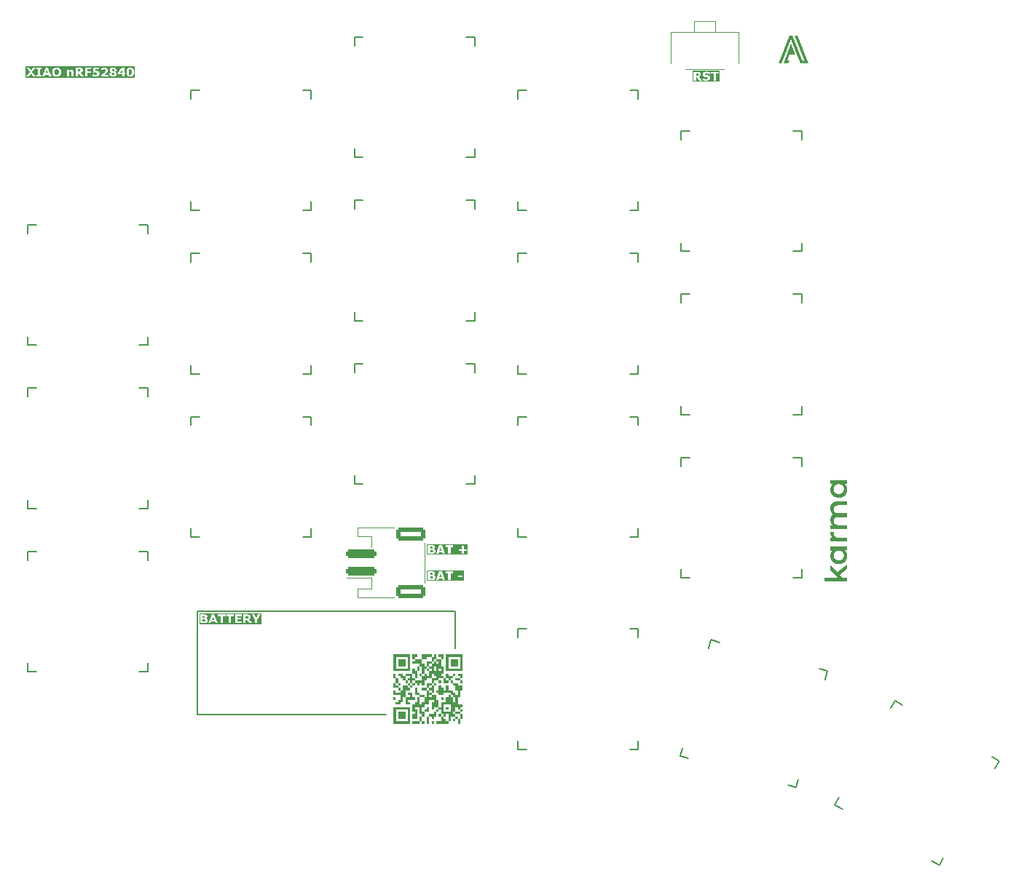
<source format=gbr>
%TF.GenerationSoftware,KiCad,Pcbnew,8.0.5*%
%TF.CreationDate,2024-12-10T18:47:18+08:00*%
%TF.ProjectId,pcb-left,7063622d-6c65-4667-942e-6b696361645f,0.32*%
%TF.SameCoordinates,Original*%
%TF.FileFunction,Legend,Top*%
%TF.FilePolarity,Positive*%
%FSLAX46Y46*%
G04 Gerber Fmt 4.6, Leading zero omitted, Abs format (unit mm)*
G04 Created by KiCad (PCBNEW 8.0.5) date 2024-12-10 18:47:18*
%MOMM*%
%LPD*%
G01*
G04 APERTURE LIST*
G04 Aperture macros list*
%AMRoundRect*
0 Rectangle with rounded corners*
0 $1 Rounding radius*
0 $2 $3 $4 $5 $6 $7 $8 $9 X,Y pos of 4 corners*
0 Add a 4 corners polygon primitive as box body*
4,1,4,$2,$3,$4,$5,$6,$7,$8,$9,$2,$3,0*
0 Add four circle primitives for the rounded corners*
1,1,$1+$1,$2,$3*
1,1,$1+$1,$4,$5*
1,1,$1+$1,$6,$7*
1,1,$1+$1,$8,$9*
0 Add four rect primitives between the rounded corners*
20,1,$1+$1,$2,$3,$4,$5,0*
20,1,$1+$1,$4,$5,$6,$7,0*
20,1,$1+$1,$6,$7,$8,$9,0*
20,1,$1+$1,$8,$9,$2,$3,0*%
G04 Aperture macros list end*
%ADD10C,0.000000*%
%ADD11C,0.150000*%
%ADD12C,0.250000*%
%ADD13C,0.120000*%
%ADD14C,1.701800*%
%ADD15C,3.000000*%
%ADD16C,3.429000*%
%ADD17RoundRect,0.250000X1.500000X-0.250000X1.500000X0.250000X-1.500000X0.250000X-1.500000X-0.250000X0*%
%ADD18RoundRect,0.250001X1.449999X-0.499999X1.449999X0.499999X-1.449999X0.499999X-1.449999X-0.499999X0*%
%ADD19C,2.100000*%
%ADD20C,3.800000*%
%ADD21O,1.800000X2.750000*%
%ADD22C,1.397000*%
G04 APERTURE END LIST*
D10*
G36*
X91162813Y-114870001D02*
G01*
X90885001Y-114870001D01*
X90885001Y-114592188D01*
X91162813Y-114592188D01*
X91162813Y-114870001D01*
G37*
G36*
X90329376Y-115425626D02*
G01*
X90051563Y-115425626D01*
X90051563Y-115147813D01*
X90329376Y-115147813D01*
X90329376Y-115425626D01*
G37*
G36*
X92274063Y-110147188D02*
G01*
X91996251Y-110147188D01*
X91996251Y-109869376D01*
X92274063Y-109869376D01*
X92274063Y-110147188D01*
G37*
G36*
X87829063Y-112647501D02*
G01*
X87551251Y-112647501D01*
X87551251Y-112369688D01*
X87829063Y-112369688D01*
X87829063Y-112647501D01*
G37*
G36*
X94496563Y-115981251D02*
G01*
X94218751Y-115981251D01*
X94218751Y-115703438D01*
X94496563Y-115703438D01*
X94496563Y-115981251D01*
G37*
G36*
X92829688Y-109591563D02*
G01*
X92551876Y-109591563D01*
X92551876Y-109313751D01*
X92829688Y-109313751D01*
X92829688Y-109591563D01*
G37*
G36*
X89773751Y-113480938D02*
G01*
X89495938Y-113480938D01*
X89495938Y-113203126D01*
X89773751Y-113203126D01*
X89773751Y-113480938D01*
G37*
G36*
X90885001Y-114870001D02*
G01*
X90607188Y-114870001D01*
X90607188Y-114592188D01*
X90885001Y-114592188D01*
X90885001Y-114870001D01*
G37*
G36*
X89773751Y-111536251D02*
G01*
X89495938Y-111536251D01*
X89495938Y-111258438D01*
X89773751Y-111258438D01*
X89773751Y-111536251D01*
G37*
G36*
X91162813Y-111814063D02*
G01*
X90885001Y-111814063D01*
X90885001Y-111536251D01*
X91162813Y-111536251D01*
X91162813Y-111814063D01*
G37*
G36*
X90051563Y-110980626D02*
G01*
X89773751Y-110980626D01*
X89773751Y-110702813D01*
X90051563Y-110702813D01*
X90051563Y-110980626D01*
G37*
G36*
X91162813Y-110702813D02*
G01*
X90885001Y-110702813D01*
X90885001Y-110425001D01*
X91162813Y-110425001D01*
X91162813Y-110702813D01*
G37*
G36*
X93385313Y-111536251D02*
G01*
X93107501Y-111536251D01*
X93107501Y-111258438D01*
X93385313Y-111258438D01*
X93385313Y-111536251D01*
G37*
G36*
X90885001Y-115703438D02*
G01*
X90607188Y-115703438D01*
X90607188Y-115425626D01*
X90885001Y-115425626D01*
X90885001Y-115703438D01*
G37*
G36*
X92829688Y-110980626D02*
G01*
X92551876Y-110980626D01*
X92551876Y-110702813D01*
X92829688Y-110702813D01*
X92829688Y-110980626D01*
G37*
G36*
X94774376Y-115981251D02*
G01*
X94496563Y-115981251D01*
X94496563Y-115703438D01*
X94774376Y-115703438D01*
X94774376Y-115981251D01*
G37*
G36*
X89495938Y-116814688D02*
G01*
X87551251Y-116814688D01*
X87551251Y-116522985D01*
X87842954Y-116522985D01*
X89204235Y-116522985D01*
X89204235Y-115161704D01*
X87842954Y-115161704D01*
X87842954Y-116522985D01*
X87551251Y-116522985D01*
X87551251Y-115161704D01*
X87551251Y-114870001D01*
X89495938Y-114870001D01*
X89495938Y-116814688D01*
G37*
G36*
X92829688Y-114870001D02*
G01*
X92551876Y-114870001D01*
X92551876Y-114592188D01*
X92829688Y-114592188D01*
X92829688Y-114870001D01*
G37*
G36*
X90885001Y-116536876D02*
G01*
X90607188Y-116536876D01*
X90607188Y-116259063D01*
X90885001Y-116259063D01*
X90885001Y-116536876D01*
G37*
G36*
X91440626Y-114314376D02*
G01*
X91162813Y-114314376D01*
X91162813Y-114036563D01*
X91440626Y-114036563D01*
X91440626Y-114314376D01*
G37*
G36*
X91440626Y-111814063D02*
G01*
X91162813Y-111814063D01*
X91162813Y-111536251D01*
X91440626Y-111536251D01*
X91440626Y-111814063D01*
G37*
G36*
X91718439Y-114592188D02*
G01*
X91440626Y-114592188D01*
X91440626Y-114314376D01*
X91718439Y-114314376D01*
X91718439Y-114592188D01*
G37*
G36*
X88940313Y-111814063D02*
G01*
X88662501Y-111814063D01*
X88662501Y-111536251D01*
X88940313Y-111536251D01*
X88940313Y-111814063D01*
G37*
G36*
X90329376Y-113203126D02*
G01*
X90051563Y-113203126D01*
X90051563Y-112925314D01*
X90329376Y-112925314D01*
X90329376Y-113203126D01*
G37*
G36*
X94496563Y-114036563D02*
G01*
X94218751Y-114036563D01*
X94218751Y-113758751D01*
X94496563Y-113758751D01*
X94496563Y-114036563D01*
G37*
G36*
X91162813Y-110980626D02*
G01*
X90885001Y-110980626D01*
X90885001Y-110702813D01*
X91162813Y-110702813D01*
X91162813Y-110980626D01*
G37*
G36*
X93107501Y-115981251D02*
G01*
X92829688Y-115981251D01*
X92829688Y-115703438D01*
X93107501Y-115703438D01*
X93107501Y-115981251D01*
G37*
G36*
X90329376Y-111258438D02*
G01*
X90051563Y-111258438D01*
X90051563Y-110980626D01*
X90329376Y-110980626D01*
X90329376Y-111258438D01*
G37*
G36*
X90885001Y-110147188D02*
G01*
X90607188Y-110147188D01*
X90607188Y-109869376D01*
X90885001Y-109869376D01*
X90885001Y-110147188D01*
G37*
G36*
X91440626Y-109313751D02*
G01*
X91162813Y-109313751D01*
X91162813Y-109035938D01*
X91440626Y-109035938D01*
X91440626Y-109313751D01*
G37*
G36*
X90051563Y-115425626D02*
G01*
X89773751Y-115425626D01*
X89773751Y-115147813D01*
X90051563Y-115147813D01*
X90051563Y-115425626D01*
G37*
G36*
X88384688Y-111258438D02*
G01*
X88106876Y-111258438D01*
X88106876Y-110980626D01*
X88384688Y-110980626D01*
X88384688Y-111258438D01*
G37*
G36*
X93385313Y-110702813D02*
G01*
X93107501Y-110702813D01*
X93107501Y-110425001D01*
X93385313Y-110425001D01*
X93385313Y-110702813D01*
G37*
G36*
X88662501Y-113758751D02*
G01*
X88384688Y-113758751D01*
X88384688Y-113480938D01*
X88662501Y-113480938D01*
X88662501Y-113758751D01*
G37*
G36*
X93107501Y-113203126D02*
G01*
X92829688Y-113203126D01*
X92829688Y-112925314D01*
X93107501Y-112925314D01*
X93107501Y-113203126D01*
G37*
G36*
X90051563Y-115147813D02*
G01*
X89773751Y-115147813D01*
X89773751Y-114870001D01*
X90051563Y-114870001D01*
X90051563Y-115147813D01*
G37*
G36*
X94774376Y-112369688D02*
G01*
X94496563Y-112369688D01*
X94496563Y-112091876D01*
X94774376Y-112091876D01*
X94774376Y-112369688D01*
G37*
G36*
X95052188Y-111814063D02*
G01*
X94774376Y-111814063D01*
X94774376Y-111536251D01*
X95052188Y-111536251D01*
X95052188Y-111814063D01*
G37*
G36*
X91996251Y-114036563D02*
G01*
X91718439Y-114036563D01*
X91718439Y-113758751D01*
X91996251Y-113758751D01*
X91996251Y-114036563D01*
G37*
G36*
X90607188Y-110425001D02*
G01*
X90329376Y-110425001D01*
X90329376Y-110147188D01*
X90607188Y-110147188D01*
X90607188Y-110425001D01*
G37*
G36*
X91718439Y-110147188D02*
G01*
X91440626Y-110147188D01*
X91440626Y-109869376D01*
X91718439Y-109869376D01*
X91718439Y-110147188D01*
G37*
G36*
X91440626Y-115425626D02*
G01*
X91162813Y-115425626D01*
X91162813Y-115147813D01*
X91440626Y-115147813D01*
X91440626Y-115425626D01*
G37*
G36*
X88106876Y-113480938D02*
G01*
X87829063Y-113480938D01*
X87829063Y-113203126D01*
X88106876Y-113203126D01*
X88106876Y-113480938D01*
G37*
G36*
X93107501Y-111536251D02*
G01*
X92829688Y-111536251D01*
X92829688Y-111258438D01*
X93107501Y-111258438D01*
X93107501Y-111536251D01*
G37*
G36*
X93940938Y-112091876D02*
G01*
X93663126Y-112091876D01*
X93663126Y-111814063D01*
X93940938Y-111814063D01*
X93940938Y-112091876D01*
G37*
G36*
X93107501Y-109591563D02*
G01*
X92829688Y-109591563D01*
X92829688Y-109313751D01*
X93107501Y-109313751D01*
X93107501Y-109591563D01*
G37*
G36*
X95330001Y-114870001D02*
G01*
X95052188Y-114870001D01*
X95052188Y-114592188D01*
X95330001Y-114592188D01*
X95330001Y-114870001D01*
G37*
G36*
X90329376Y-111536251D02*
G01*
X90051563Y-111536251D01*
X90051563Y-111258438D01*
X90329376Y-111258438D01*
X90329376Y-111536251D01*
G37*
G36*
X91718439Y-116536876D02*
G01*
X91440626Y-116536876D01*
X91440626Y-116259063D01*
X91718439Y-116259063D01*
X91718439Y-116536876D01*
G37*
G36*
X91718439Y-113203126D02*
G01*
X91440626Y-113203126D01*
X91440626Y-112925314D01*
X91718439Y-112925314D01*
X91718439Y-113203126D01*
G37*
G36*
X89495938Y-111814063D02*
G01*
X89218126Y-111814063D01*
X89218126Y-111536251D01*
X89495938Y-111536251D01*
X89495938Y-111814063D01*
G37*
G36*
X93385313Y-114036563D02*
G01*
X93107501Y-114036563D01*
X93107501Y-113758751D01*
X93385313Y-113758751D01*
X93385313Y-114036563D01*
G37*
G36*
X92274063Y-110702813D02*
G01*
X91996251Y-110702813D01*
X91996251Y-110425001D01*
X92274063Y-110425001D01*
X92274063Y-110702813D01*
G37*
G36*
X95607813Y-111536251D02*
G01*
X95330001Y-111536251D01*
X95330001Y-111258438D01*
X95607813Y-111258438D01*
X95607813Y-111536251D01*
G37*
G36*
X93107501Y-112091876D02*
G01*
X92829688Y-112091876D01*
X92829688Y-111814063D01*
X93107501Y-111814063D01*
X93107501Y-112091876D01*
G37*
G36*
X93663126Y-115703438D02*
G01*
X93385313Y-115703438D01*
X93385313Y-115425626D01*
X93663126Y-115425626D01*
X93663126Y-115703438D01*
G37*
G36*
X93385313Y-116259063D02*
G01*
X93107501Y-116259063D01*
X93107501Y-115981251D01*
X93385313Y-115981251D01*
X93385313Y-116259063D01*
G37*
G36*
X88662501Y-111536251D02*
G01*
X88384688Y-111536251D01*
X88384688Y-111258438D01*
X88662501Y-111258438D01*
X88662501Y-111536251D01*
G37*
G36*
X92829688Y-115425626D02*
G01*
X92551876Y-115425626D01*
X92551876Y-115147813D01*
X92829688Y-115147813D01*
X92829688Y-115425626D01*
G37*
G36*
X92274063Y-109591563D02*
G01*
X91996251Y-109591563D01*
X91996251Y-109313751D01*
X92274063Y-109313751D01*
X92274063Y-109591563D01*
G37*
G36*
X91440626Y-111258438D02*
G01*
X91162813Y-111258438D01*
X91162813Y-110980626D01*
X91440626Y-110980626D01*
X91440626Y-111258438D01*
G37*
G36*
X94774376Y-111258438D02*
G01*
X94496563Y-111258438D01*
X94496563Y-110980626D01*
X94774376Y-110980626D01*
X94774376Y-111258438D01*
G37*
G36*
X92551876Y-114592188D02*
G01*
X92274063Y-114592188D01*
X92274063Y-114314376D01*
X92551876Y-114314376D01*
X92551876Y-114592188D01*
G37*
G36*
X90885001Y-109869376D02*
G01*
X90607188Y-109869376D01*
X90607188Y-109591563D01*
X90885001Y-109591563D01*
X90885001Y-109869376D01*
G37*
G36*
X92551876Y-110147188D02*
G01*
X92274063Y-110147188D01*
X92274063Y-109869376D01*
X92551876Y-109869376D01*
X92551876Y-110147188D01*
G37*
G36*
X94774376Y-114870001D02*
G01*
X94496563Y-114870001D01*
X94496563Y-114592188D01*
X94774376Y-114592188D01*
X94774376Y-114870001D01*
G37*
G36*
X94218751Y-111536251D02*
G01*
X93940938Y-111536251D01*
X93940938Y-111258438D01*
X94218751Y-111258438D01*
X94218751Y-111536251D01*
G37*
G36*
X94774376Y-113758751D02*
G01*
X94496563Y-113758751D01*
X94496563Y-113480938D01*
X94774376Y-113480938D01*
X94774376Y-113758751D01*
G37*
G36*
X92829688Y-110147188D02*
G01*
X92551876Y-110147188D01*
X92551876Y-109869376D01*
X92829688Y-109869376D01*
X92829688Y-110147188D01*
G37*
G36*
X95330001Y-112647501D02*
G01*
X95052188Y-112647501D01*
X95052188Y-112369688D01*
X95330001Y-112369688D01*
X95330001Y-112647501D01*
G37*
G36*
X92551876Y-112369688D02*
G01*
X92274063Y-112369688D01*
X92274063Y-112091876D01*
X92551876Y-112091876D01*
X92551876Y-112369688D01*
G37*
G36*
X93940938Y-112647501D02*
G01*
X93663126Y-112647501D01*
X93663126Y-112369688D01*
X93940938Y-112369688D01*
X93940938Y-112647501D01*
G37*
G36*
X93107501Y-115147813D02*
G01*
X92829688Y-115147813D01*
X92829688Y-114870001D01*
X93107501Y-114870001D01*
X93107501Y-115147813D01*
G37*
G36*
X88384688Y-114314376D02*
G01*
X88106876Y-114314376D01*
X88106876Y-114036563D01*
X88384688Y-114036563D01*
X88384688Y-114314376D01*
G37*
G36*
X94774376Y-115147813D02*
G01*
X94496563Y-115147813D01*
X94496563Y-114870001D01*
X94774376Y-114870001D01*
X94774376Y-115147813D01*
G37*
G36*
X91162813Y-112925314D02*
G01*
X90885001Y-112925314D01*
X90885001Y-112647501D01*
X91162813Y-112647501D01*
X91162813Y-112925314D01*
G37*
G36*
X93940938Y-115703438D02*
G01*
X93663126Y-115703438D01*
X93663126Y-115425626D01*
X93940938Y-115425626D01*
X93940938Y-115703438D01*
G37*
G36*
X95052188Y-113758751D02*
G01*
X94774376Y-113758751D01*
X94774376Y-113480938D01*
X95052188Y-113480938D01*
X95052188Y-113758751D01*
G37*
G36*
X89218126Y-112925314D02*
G01*
X88940313Y-112925314D01*
X88940313Y-112647501D01*
X89218126Y-112647501D01*
X89218126Y-112925314D01*
G37*
G36*
X88662501Y-113203126D02*
G01*
X88384688Y-113203126D01*
X88384688Y-112925314D01*
X88662501Y-112925314D01*
X88662501Y-113203126D01*
G37*
G36*
X92274063Y-115147813D02*
G01*
X91996251Y-115147813D01*
X91996251Y-114870001D01*
X92274063Y-114870001D01*
X92274063Y-115147813D01*
G37*
G36*
X89218126Y-114036563D02*
G01*
X88940313Y-114036563D01*
X88940313Y-113758751D01*
X89218126Y-113758751D01*
X89218126Y-114036563D01*
G37*
G36*
X91440626Y-111536251D02*
G01*
X91162813Y-111536251D01*
X91162813Y-111258438D01*
X91440626Y-111258438D01*
X91440626Y-111536251D01*
G37*
G36*
X95607813Y-115425626D02*
G01*
X95330001Y-115425626D01*
X95330001Y-115147813D01*
X95607813Y-115147813D01*
X95607813Y-115425626D01*
G37*
G36*
X89773751Y-111814063D02*
G01*
X89495938Y-111814063D01*
X89495938Y-111536251D01*
X89773751Y-111536251D01*
X89773751Y-111814063D01*
G37*
G36*
X92551876Y-115981251D02*
G01*
X92274063Y-115981251D01*
X92274063Y-115703438D01*
X92551876Y-115703438D01*
X92551876Y-115981251D01*
G37*
G36*
X91996251Y-109869376D02*
G01*
X91718439Y-109869376D01*
X91718439Y-109591563D01*
X91996251Y-109591563D01*
X91996251Y-109869376D01*
G37*
G36*
X90329376Y-116259063D02*
G01*
X90051563Y-116259063D01*
X90051563Y-115981251D01*
X90329376Y-115981251D01*
X90329376Y-116259063D01*
G37*
G36*
X95607813Y-114870001D02*
G01*
X95330001Y-114870001D01*
X95330001Y-114592188D01*
X95607813Y-114592188D01*
X95607813Y-114870001D01*
G37*
G36*
X88940313Y-111536251D02*
G01*
X88662501Y-111536251D01*
X88662501Y-111258438D01*
X88940313Y-111258438D01*
X88940313Y-111536251D01*
G37*
G36*
X89218126Y-112091876D02*
G01*
X88940313Y-112091876D01*
X88940313Y-111814063D01*
X89218126Y-111814063D01*
X89218126Y-112091876D01*
G37*
G36*
X91718439Y-113480938D02*
G01*
X91440626Y-113480938D01*
X91440626Y-113203126D01*
X91718439Y-113203126D01*
X91718439Y-113480938D01*
G37*
G36*
X94774376Y-113480938D02*
G01*
X94496563Y-113480938D01*
X94496563Y-113203126D01*
X94774376Y-113203126D01*
X94774376Y-113480938D01*
G37*
G36*
X95330001Y-113203126D02*
G01*
X95052188Y-113203126D01*
X95052188Y-112925314D01*
X95330001Y-112925314D01*
X95330001Y-113203126D01*
G37*
G36*
X89495938Y-114592188D02*
G01*
X89218126Y-114592188D01*
X89218126Y-114314376D01*
X89495938Y-114314376D01*
X89495938Y-114592188D01*
G37*
G36*
X92274063Y-111814063D02*
G01*
X91996251Y-111814063D01*
X91996251Y-111536251D01*
X92274063Y-111536251D01*
X92274063Y-111814063D01*
G37*
G36*
X90607188Y-109591563D02*
G01*
X90329376Y-109591563D01*
X90329376Y-109313751D01*
X90607188Y-109313751D01*
X90607188Y-109591563D01*
G37*
G36*
X93107501Y-111258438D02*
G01*
X92829688Y-111258438D01*
X92829688Y-110980626D01*
X93107501Y-110980626D01*
X93107501Y-111258438D01*
G37*
G36*
X90607188Y-112091876D02*
G01*
X90329376Y-112091876D01*
X90329376Y-111814063D01*
X90607188Y-111814063D01*
X90607188Y-112091876D01*
G37*
G36*
X92274063Y-110425001D02*
G01*
X91996251Y-110425001D01*
X91996251Y-110147188D01*
X92274063Y-110147188D01*
X92274063Y-110425001D01*
G37*
G36*
X90329376Y-113480938D02*
G01*
X90051563Y-113480938D01*
X90051563Y-113203126D01*
X90329376Y-113203126D01*
X90329376Y-113480938D01*
G37*
G36*
X90885001Y-116259063D02*
G01*
X90607188Y-116259063D01*
X90607188Y-115981251D01*
X90885001Y-115981251D01*
X90885001Y-116259063D01*
G37*
G36*
X91718439Y-116259063D02*
G01*
X91440626Y-116259063D01*
X91440626Y-115981251D01*
X91718439Y-115981251D01*
X91718439Y-116259063D01*
G37*
G36*
X95052188Y-112925314D02*
G01*
X94774376Y-112925314D01*
X94774376Y-112647501D01*
X95052188Y-112647501D01*
X95052188Y-112925314D01*
G37*
G36*
X90329376Y-109035938D02*
G01*
X90051563Y-109035938D01*
X90051563Y-108758126D01*
X90329376Y-108758126D01*
X90329376Y-109035938D01*
G37*
G36*
X93663126Y-116814688D02*
G01*
X93385313Y-116814688D01*
X93385313Y-116536876D01*
X93663126Y-116536876D01*
X93663126Y-116814688D01*
G37*
G36*
X93107501Y-110425001D02*
G01*
X92829688Y-110425001D01*
X92829688Y-110147188D01*
X93107501Y-110147188D01*
X93107501Y-110425001D01*
G37*
G36*
X95330001Y-113758751D02*
G01*
X95052188Y-113758751D01*
X95052188Y-113480938D01*
X95330001Y-113480938D01*
X95330001Y-113758751D01*
G37*
G36*
X93940938Y-113203126D02*
G01*
X93663126Y-113203126D01*
X93663126Y-112925314D01*
X93940938Y-112925314D01*
X93940938Y-113203126D01*
G37*
G36*
X90329376Y-114592188D02*
G01*
X90051563Y-114592188D01*
X90051563Y-114314376D01*
X90329376Y-114314376D01*
X90329376Y-114592188D01*
G37*
G36*
X88940313Y-113758751D02*
G01*
X88662501Y-113758751D01*
X88662501Y-113480938D01*
X88940313Y-113480938D01*
X88940313Y-113758751D01*
G37*
G36*
X93385313Y-113203126D02*
G01*
X93107501Y-113203126D01*
X93107501Y-112925314D01*
X93385313Y-112925314D01*
X93385313Y-113203126D01*
G37*
G36*
X90329376Y-116814688D02*
G01*
X90051563Y-116814688D01*
X90051563Y-116536876D01*
X90329376Y-116536876D01*
X90329376Y-116814688D01*
G37*
G36*
X95330001Y-111814063D02*
G01*
X95052188Y-111814063D01*
X95052188Y-111536251D01*
X95330001Y-111536251D01*
X95330001Y-111814063D01*
G37*
G36*
X88106876Y-114592188D02*
G01*
X87829063Y-114592188D01*
X87829063Y-114314376D01*
X88106876Y-114314376D01*
X88106876Y-114592188D01*
G37*
G36*
X88662501Y-114036563D02*
G01*
X88384688Y-114036563D01*
X88384688Y-113758751D01*
X88662501Y-113758751D01*
X88662501Y-114036563D01*
G37*
G36*
X132708856Y-40001800D02*
G01*
X132351019Y-40001800D01*
X133618784Y-36750595D01*
X133976620Y-36750595D01*
X132708856Y-40001800D01*
G37*
G36*
X90607188Y-112369688D02*
G01*
X90329376Y-112369688D01*
X90329376Y-112091876D01*
X90607188Y-112091876D01*
X90607188Y-112369688D01*
G37*
G36*
X92551876Y-110980626D02*
G01*
X92274063Y-110980626D01*
X92274063Y-110702813D01*
X92551876Y-110702813D01*
X92551876Y-110980626D01*
G37*
G36*
X91718439Y-115147813D02*
G01*
X91440626Y-115147813D01*
X91440626Y-114870001D01*
X91718439Y-114870001D01*
X91718439Y-115147813D01*
G37*
G36*
X89495938Y-113480938D02*
G01*
X89218126Y-113480938D01*
X89218126Y-113203126D01*
X89495938Y-113203126D01*
X89495938Y-113480938D01*
G37*
D11*
X64734375Y-115775000D02*
X86690625Y-115775000D01*
D10*
G36*
X90329376Y-115703438D02*
G01*
X90051563Y-115703438D01*
X90051563Y-115425626D01*
X90329376Y-115425626D01*
X90329376Y-115703438D01*
G37*
G36*
X92829688Y-110425001D02*
G01*
X92551876Y-110425001D01*
X92551876Y-110147188D01*
X92829688Y-110147188D01*
X92829688Y-110425001D01*
G37*
G36*
X92829688Y-114592188D02*
G01*
X92551876Y-114592188D01*
X92551876Y-114314376D01*
X92829688Y-114314376D01*
X92829688Y-114592188D01*
G37*
G36*
X91996251Y-111536251D02*
G01*
X91718439Y-111536251D01*
X91718439Y-111258438D01*
X91996251Y-111258438D01*
X91996251Y-111536251D01*
G37*
G36*
X88384688Y-112925314D02*
G01*
X88106876Y-112925314D01*
X88106876Y-112647501D01*
X88384688Y-112647501D01*
X88384688Y-112925314D01*
G37*
G36*
X88940313Y-113480938D02*
G01*
X88662501Y-113480938D01*
X88662501Y-113203126D01*
X88940313Y-113203126D01*
X88940313Y-113480938D01*
G37*
G36*
X93940938Y-111258438D02*
G01*
X93663126Y-111258438D01*
X93663126Y-110980626D01*
X93940938Y-110980626D01*
X93940938Y-111258438D01*
G37*
G36*
X93107501Y-116814688D02*
G01*
X92829688Y-116814688D01*
X92829688Y-116536876D01*
X93107501Y-116536876D01*
X93107501Y-116814688D01*
G37*
G36*
X94496563Y-113203126D02*
G01*
X94218751Y-113203126D01*
X94218751Y-112925314D01*
X94496563Y-112925314D01*
X94496563Y-113203126D01*
G37*
G36*
X95330001Y-115147813D02*
G01*
X95052188Y-115147813D01*
X95052188Y-114870001D01*
X95330001Y-114870001D01*
X95330001Y-115147813D01*
G37*
G36*
X92829688Y-111258438D02*
G01*
X92551876Y-111258438D01*
X92551876Y-110980626D01*
X92829688Y-110980626D01*
X92829688Y-111258438D01*
G37*
G36*
X91440626Y-109035938D02*
G01*
X91162813Y-109035938D01*
X91162813Y-108758126D01*
X91440626Y-108758126D01*
X91440626Y-109035938D01*
G37*
G36*
X91718439Y-113758751D02*
G01*
X91440626Y-113758751D01*
X91440626Y-113480938D01*
X91718439Y-113480938D01*
X91718439Y-113758751D01*
G37*
G36*
X90051563Y-110702813D02*
G01*
X89773751Y-110702813D01*
X89773751Y-110425001D01*
X90051563Y-110425001D01*
X90051563Y-110702813D01*
G37*
G36*
X90885001Y-115425626D02*
G01*
X90607188Y-115425626D01*
X90607188Y-115147813D01*
X90885001Y-115147813D01*
X90885001Y-115425626D01*
G37*
G36*
X92551876Y-109035938D02*
G01*
X92274063Y-109035938D01*
X92274063Y-108758126D01*
X92551876Y-108758126D01*
X92551876Y-109035938D01*
G37*
G36*
X88940313Y-116259063D02*
G01*
X88106876Y-116259063D01*
X88106876Y-115425626D01*
X88940313Y-115425626D01*
X88940313Y-116259063D01*
G37*
G36*
X89773751Y-112647501D02*
G01*
X89495938Y-112647501D01*
X89495938Y-112369688D01*
X89773751Y-112369688D01*
X89773751Y-112647501D01*
G37*
G36*
X94774376Y-116536876D02*
G01*
X94496563Y-116536876D01*
X94496563Y-116259063D01*
X94774376Y-116259063D01*
X94774376Y-116536876D01*
G37*
G36*
X92274063Y-112925314D02*
G01*
X91996251Y-112925314D01*
X91996251Y-112647501D01*
X92274063Y-112647501D01*
X92274063Y-112925314D01*
G37*
G36*
X93385313Y-114592188D02*
G01*
X93107501Y-114592188D01*
X93107501Y-114314376D01*
X93385313Y-114314376D01*
X93385313Y-114592188D01*
G37*
G36*
X89773751Y-114036563D02*
G01*
X89495938Y-114036563D01*
X89495938Y-113758751D01*
X89773751Y-113758751D01*
X89773751Y-114036563D01*
G37*
G36*
X91996251Y-115981251D02*
G01*
X91718439Y-115981251D01*
X91718439Y-115703438D01*
X91996251Y-115703438D01*
X91996251Y-115981251D01*
G37*
G36*
X91162813Y-111536251D02*
G01*
X90885001Y-111536251D01*
X90885001Y-111258438D01*
X91162813Y-111258438D01*
X91162813Y-111536251D01*
G37*
G36*
X135780017Y-40001800D02*
G01*
X135422180Y-40001800D01*
X134154416Y-36750595D01*
X134512253Y-36750595D01*
X135780017Y-40001800D01*
G37*
G36*
X91162813Y-112369688D02*
G01*
X90885001Y-112369688D01*
X90885001Y-112091876D01*
X91162813Y-112091876D01*
X91162813Y-112369688D01*
G37*
G36*
X93385313Y-116814688D02*
G01*
X93107501Y-116814688D01*
X93107501Y-116536876D01*
X93385313Y-116536876D01*
X93385313Y-116814688D01*
G37*
G36*
X95052188Y-110147188D02*
G01*
X94218751Y-110147188D01*
X94218751Y-109313751D01*
X95052188Y-109313751D01*
X95052188Y-110147188D01*
G37*
G36*
X95330001Y-116536876D02*
G01*
X95052188Y-116536876D01*
X95052188Y-116259063D01*
X95330001Y-116259063D01*
X95330001Y-116536876D01*
G37*
G36*
X95330001Y-113480938D02*
G01*
X95052188Y-113480938D01*
X95052188Y-113203126D01*
X95330001Y-113203126D01*
X95330001Y-113480938D01*
G37*
G36*
X92274063Y-116814688D02*
G01*
X91996251Y-116814688D01*
X91996251Y-116536876D01*
X92274063Y-116536876D01*
X92274063Y-116814688D01*
G37*
G36*
X90607188Y-116814688D02*
G01*
X90329376Y-116814688D01*
X90329376Y-116536876D01*
X90607188Y-116536876D01*
X90607188Y-116814688D01*
G37*
G36*
X92274063Y-113203126D02*
G01*
X91996251Y-113203126D01*
X91996251Y-112925314D01*
X92274063Y-112925314D01*
X92274063Y-113203126D01*
G37*
G36*
X89495938Y-112369688D02*
G01*
X89218126Y-112369688D01*
X89218126Y-112091876D01*
X89495938Y-112091876D01*
X89495938Y-112369688D01*
G37*
G36*
X93385313Y-110425001D02*
G01*
X93107501Y-110425001D01*
X93107501Y-110147188D01*
X93385313Y-110147188D01*
X93385313Y-110425001D01*
G37*
G36*
X88106876Y-112091876D02*
G01*
X87829063Y-112091876D01*
X87829063Y-111814063D01*
X88106876Y-111814063D01*
X88106876Y-112091876D01*
G37*
G36*
X95330001Y-116814688D02*
G01*
X95052188Y-116814688D01*
X95052188Y-116536876D01*
X95330001Y-116536876D01*
X95330001Y-116814688D01*
G37*
G36*
X90607188Y-109869376D02*
G01*
X90329376Y-109869376D01*
X90329376Y-109591563D01*
X90607188Y-109591563D01*
X90607188Y-109869376D01*
G37*
G36*
X92274063Y-114036563D02*
G01*
X91996251Y-114036563D01*
X91996251Y-113758751D01*
X92274063Y-113758751D01*
X92274063Y-114036563D01*
G37*
D11*
X94734375Y-103775000D02*
X94734375Y-108050000D01*
D10*
G36*
X89495938Y-110702813D02*
G01*
X87551251Y-110702813D01*
X87551251Y-110411110D01*
X87842954Y-110411110D01*
X89204235Y-110411110D01*
X89204235Y-109049829D01*
X87842954Y-109049829D01*
X87842954Y-110411110D01*
X87551251Y-110411110D01*
X87551251Y-109049829D01*
X87551251Y-108758126D01*
X89495938Y-108758126D01*
X89495938Y-110702813D01*
G37*
G36*
X91162813Y-113758751D02*
G01*
X90885001Y-113758751D01*
X90885001Y-113480938D01*
X91162813Y-113480938D01*
X91162813Y-113758751D01*
G37*
G36*
X91718439Y-116814688D02*
G01*
X91440626Y-116814688D01*
X91440626Y-116536876D01*
X91718439Y-116536876D01*
X91718439Y-116814688D01*
G37*
G36*
X90885001Y-115147813D02*
G01*
X90607188Y-115147813D01*
X90607188Y-114870001D01*
X90885001Y-114870001D01*
X90885001Y-115147813D01*
G37*
G36*
X90607188Y-114870001D02*
G01*
X90329376Y-114870001D01*
X90329376Y-114592188D01*
X90607188Y-114592188D01*
X90607188Y-114870001D01*
G37*
G36*
X87829063Y-114036563D02*
G01*
X87551251Y-114036563D01*
X87551251Y-113758751D01*
X87829063Y-113758751D01*
X87829063Y-114036563D01*
G37*
G36*
X135424403Y-40001812D02*
G01*
X135246530Y-40001812D01*
X135106897Y-39643712D01*
X135284750Y-39643671D01*
X135424403Y-40001812D01*
G37*
G36*
X92551876Y-114036563D02*
G01*
X92274063Y-114036563D01*
X92274063Y-113758751D01*
X92551876Y-113758751D01*
X92551876Y-114036563D01*
G37*
G36*
X94496563Y-115703438D02*
G01*
X94218751Y-115703438D01*
X94218751Y-115425626D01*
X94496563Y-115425626D01*
X94496563Y-115703438D01*
G37*
G36*
X140285582Y-96656076D02*
G01*
X140038698Y-96656076D01*
X140055428Y-96670144D01*
X140071627Y-96684617D01*
X140087295Y-96699496D01*
X140102432Y-96714780D01*
X140117038Y-96730469D01*
X140131113Y-96746564D01*
X140144657Y-96763064D01*
X140157670Y-96779969D01*
X140170152Y-96797280D01*
X140182103Y-96814995D01*
X140193523Y-96833117D01*
X140204411Y-96851643D01*
X140214768Y-96870575D01*
X140224594Y-96889912D01*
X140233889Y-96909655D01*
X140242652Y-96929803D01*
X140250884Y-96950286D01*
X140258585Y-96971035D01*
X140265755Y-96992049D01*
X140272394Y-97013329D01*
X140278501Y-97034875D01*
X140284078Y-97056686D01*
X140289123Y-97078762D01*
X140293637Y-97101104D01*
X140297621Y-97123712D01*
X140301073Y-97146585D01*
X140303994Y-97169724D01*
X140306384Y-97193128D01*
X140308243Y-97216798D01*
X140309570Y-97240734D01*
X140310367Y-97264936D01*
X140310633Y-97289403D01*
X140310157Y-97324059D01*
X140308732Y-97358254D01*
X140306356Y-97391988D01*
X140303029Y-97425261D01*
X140298752Y-97458072D01*
X140293525Y-97490422D01*
X140287347Y-97522311D01*
X140280219Y-97553738D01*
X140272141Y-97584704D01*
X140263113Y-97615209D01*
X140253134Y-97645253D01*
X140242205Y-97674835D01*
X140230325Y-97703956D01*
X140217496Y-97732616D01*
X140203716Y-97760815D01*
X140188986Y-97788552D01*
X140173385Y-97815681D01*
X140157002Y-97842056D01*
X140139837Y-97867676D01*
X140121889Y-97892541D01*
X140103159Y-97916652D01*
X140083647Y-97940008D01*
X140063351Y-97962609D01*
X140042274Y-97984455D01*
X140020413Y-98005547D01*
X139997770Y-98025884D01*
X139974344Y-98045466D01*
X139950135Y-98064293D01*
X139925142Y-98082366D01*
X139899367Y-98099684D01*
X139872809Y-98116247D01*
X139845467Y-98132055D01*
X139817459Y-98147003D01*
X139788892Y-98160987D01*
X139759765Y-98174006D01*
X139730079Y-98186061D01*
X139699834Y-98197152D01*
X139669030Y-98207278D01*
X139637666Y-98216441D01*
X139605743Y-98224638D01*
X139573261Y-98231871D01*
X139540220Y-98238140D01*
X139506619Y-98243445D01*
X139472459Y-98247785D01*
X139437740Y-98251160D01*
X139402462Y-98253571D01*
X139366624Y-98255018D01*
X139330227Y-98255500D01*
X139293838Y-98255018D01*
X139258021Y-98253571D01*
X139222778Y-98251160D01*
X139188109Y-98247785D01*
X139154012Y-98243445D01*
X139120489Y-98238140D01*
X139087539Y-98231871D01*
X139055162Y-98224638D01*
X139023358Y-98216441D01*
X138992127Y-98207278D01*
X138961469Y-98197152D01*
X138931384Y-98186061D01*
X138901871Y-98174006D01*
X138872932Y-98160987D01*
X138844565Y-98147003D01*
X138816770Y-98132055D01*
X138789649Y-98116247D01*
X138763296Y-98099684D01*
X138737712Y-98082366D01*
X138712896Y-98064293D01*
X138688849Y-98045466D01*
X138665570Y-98025884D01*
X138643060Y-98005547D01*
X138621319Y-97984455D01*
X138600346Y-97962609D01*
X138580142Y-97940008D01*
X138560706Y-97916652D01*
X138542040Y-97892541D01*
X138524142Y-97867676D01*
X138507012Y-97842056D01*
X138490652Y-97815681D01*
X138475060Y-97788552D01*
X138460328Y-97760815D01*
X138446546Y-97732616D01*
X138433715Y-97703956D01*
X138421834Y-97674835D01*
X138410904Y-97645253D01*
X138400924Y-97615209D01*
X138391894Y-97584704D01*
X138383816Y-97553738D01*
X138376687Y-97522311D01*
X138370509Y-97490422D01*
X138365281Y-97458072D01*
X138361004Y-97425261D01*
X138357678Y-97391988D01*
X138355302Y-97358254D01*
X138353876Y-97324059D01*
X138353401Y-97289403D01*
X138353652Y-97266264D01*
X138354407Y-97243362D01*
X138354632Y-97239309D01*
X138732680Y-97239309D01*
X138733323Y-97269828D01*
X138735252Y-97299663D01*
X138738467Y-97328812D01*
X138742967Y-97357276D01*
X138748754Y-97385056D01*
X138755826Y-97412150D01*
X138764185Y-97438560D01*
X138773829Y-97464284D01*
X138784759Y-97489324D01*
X138796975Y-97513679D01*
X138810476Y-97537349D01*
X138825263Y-97560335D01*
X138841336Y-97582635D01*
X138858695Y-97604251D01*
X138877339Y-97625182D01*
X138897269Y-97645428D01*
X138918252Y-97664709D01*
X138940044Y-97682746D01*
X138962646Y-97699539D01*
X138986059Y-97715089D01*
X139010281Y-97729394D01*
X139035314Y-97742455D01*
X139061157Y-97754273D01*
X139087810Y-97764846D01*
X139115274Y-97774176D01*
X139143549Y-97782261D01*
X139172634Y-97789103D01*
X139202530Y-97794701D01*
X139233238Y-97799055D01*
X139264756Y-97802165D01*
X139297086Y-97804031D01*
X139330227Y-97804652D01*
X139363367Y-97804031D01*
X139395695Y-97802165D01*
X139427213Y-97799055D01*
X139457920Y-97794701D01*
X139487817Y-97789103D01*
X139516903Y-97782261D01*
X139545178Y-97774176D01*
X139572643Y-97764846D01*
X139599297Y-97754273D01*
X139625140Y-97742455D01*
X139650173Y-97729394D01*
X139674394Y-97715089D01*
X139697805Y-97699539D01*
X139720405Y-97682746D01*
X139742194Y-97664709D01*
X139763172Y-97645428D01*
X139783107Y-97625182D01*
X139801755Y-97604251D01*
X139819116Y-97582635D01*
X139835191Y-97560335D01*
X139849980Y-97537349D01*
X139863483Y-97513679D01*
X139875699Y-97489324D01*
X139886629Y-97464284D01*
X139896273Y-97438560D01*
X139904631Y-97412150D01*
X139911703Y-97385056D01*
X139917489Y-97357276D01*
X139921989Y-97328812D01*
X139925203Y-97299663D01*
X139927132Y-97269828D01*
X139927775Y-97239309D01*
X139927132Y-97208783D01*
X139925203Y-97178928D01*
X139921989Y-97149744D01*
X139917489Y-97121230D01*
X139911703Y-97093388D01*
X139904631Y-97066217D01*
X139896273Y-97039717D01*
X139886629Y-97013888D01*
X139875699Y-96988729D01*
X139863483Y-96964242D01*
X139849980Y-96940425D01*
X139835191Y-96917279D01*
X139819116Y-96894805D01*
X139801755Y-96873000D01*
X139783107Y-96851867D01*
X139763172Y-96831405D01*
X139742194Y-96811906D01*
X139720405Y-96793666D01*
X139697805Y-96776683D01*
X139674394Y-96760959D01*
X139650173Y-96746492D01*
X139625140Y-96733283D01*
X139599297Y-96721333D01*
X139572643Y-96710640D01*
X139545178Y-96701205D01*
X139516903Y-96693028D01*
X139487817Y-96686109D01*
X139457920Y-96680448D01*
X139427213Y-96676045D01*
X139395695Y-96672900D01*
X139363367Y-96671013D01*
X139330227Y-96670384D01*
X139297086Y-96671013D01*
X139264756Y-96672900D01*
X139233238Y-96676045D01*
X139202530Y-96680448D01*
X139172634Y-96686109D01*
X139143549Y-96693028D01*
X139115274Y-96701205D01*
X139087810Y-96710640D01*
X139061157Y-96721333D01*
X139035314Y-96733283D01*
X139010281Y-96746492D01*
X138986059Y-96760959D01*
X138962646Y-96776683D01*
X138940044Y-96793666D01*
X138918252Y-96811906D01*
X138897269Y-96831405D01*
X138877339Y-96851867D01*
X138858695Y-96873000D01*
X138841336Y-96894805D01*
X138825263Y-96917279D01*
X138810476Y-96940425D01*
X138796975Y-96964242D01*
X138784759Y-96988729D01*
X138773829Y-97013888D01*
X138764185Y-97039717D01*
X138755826Y-97066217D01*
X138748754Y-97093388D01*
X138742967Y-97121230D01*
X138738467Y-97149744D01*
X138735252Y-97178928D01*
X138733323Y-97208783D01*
X138732680Y-97239309D01*
X138354632Y-97239309D01*
X138355665Y-97220698D01*
X138357426Y-97198272D01*
X138359691Y-97176083D01*
X138362458Y-97154132D01*
X138365729Y-97132419D01*
X138369503Y-97110943D01*
X138373780Y-97089705D01*
X138378560Y-97068704D01*
X138383842Y-97047942D01*
X138389628Y-97027416D01*
X138395918Y-97007129D01*
X138402710Y-96987079D01*
X138410005Y-96967267D01*
X138417802Y-96947693D01*
X138426092Y-96928397D01*
X138434856Y-96909423D01*
X138444096Y-96890770D01*
X138453810Y-96872439D01*
X138464000Y-96854430D01*
X138474665Y-96836741D01*
X138485805Y-96819374D01*
X138497420Y-96802329D01*
X138509510Y-96785605D01*
X138522075Y-96769203D01*
X138535115Y-96753122D01*
X138548630Y-96737363D01*
X138562621Y-96721925D01*
X138577086Y-96706809D01*
X138592026Y-96692014D01*
X138607442Y-96677541D01*
X138374872Y-96677541D01*
X138374872Y-96230275D01*
X140285582Y-96230275D01*
X140285582Y-96656076D01*
G37*
G36*
X95330001Y-112925314D02*
G01*
X95052188Y-112925314D01*
X95052188Y-112647501D01*
X95330001Y-112647501D01*
X95330001Y-112925314D01*
G37*
G36*
X95607813Y-116259063D02*
G01*
X95330001Y-116259063D01*
X95330001Y-115981251D01*
X95607813Y-115981251D01*
X95607813Y-116259063D01*
G37*
G36*
X88940313Y-113203126D02*
G01*
X88662501Y-113203126D01*
X88662501Y-112925314D01*
X88940313Y-112925314D01*
X88940313Y-113203126D01*
G37*
G36*
X91718439Y-111536251D02*
G01*
X91440626Y-111536251D01*
X91440626Y-111258438D01*
X91718439Y-111258438D01*
X91718439Y-111536251D01*
G37*
G36*
X87829063Y-112369688D02*
G01*
X87551251Y-112369688D01*
X87551251Y-112091876D01*
X87829063Y-112091876D01*
X87829063Y-112369688D01*
G37*
G36*
X94218751Y-115981251D02*
G01*
X93940938Y-115981251D01*
X93940938Y-115703438D01*
X94218751Y-115703438D01*
X94218751Y-115981251D01*
G37*
G36*
X91162813Y-109035938D02*
G01*
X90885001Y-109035938D01*
X90885001Y-108758126D01*
X91162813Y-108758126D01*
X91162813Y-109035938D01*
G37*
G36*
X90607188Y-114036563D02*
G01*
X90329376Y-114036563D01*
X90329376Y-113758751D01*
X90607188Y-113758751D01*
X90607188Y-114036563D01*
G37*
G36*
X91162813Y-110425001D02*
G01*
X90885001Y-110425001D01*
X90885001Y-110147188D01*
X91162813Y-110147188D01*
X91162813Y-110425001D01*
G37*
G36*
X94218751Y-114314376D02*
G01*
X93940938Y-114314376D01*
X93940938Y-114036563D01*
X94218751Y-114036563D01*
X94218751Y-114314376D01*
G37*
G36*
X90051563Y-111814063D02*
G01*
X89773751Y-111814063D01*
X89773751Y-111536251D01*
X90051563Y-111536251D01*
X90051563Y-111814063D01*
G37*
G36*
X88940313Y-112925314D02*
G01*
X88662501Y-112925314D01*
X88662501Y-112647501D01*
X88940313Y-112647501D01*
X88940313Y-112925314D01*
G37*
G36*
X91718439Y-112369688D02*
G01*
X91440626Y-112369688D01*
X91440626Y-112091876D01*
X91718439Y-112091876D01*
X91718439Y-112369688D01*
G37*
G36*
X94218751Y-114036563D02*
G01*
X93940938Y-114036563D01*
X93940938Y-113758751D01*
X94218751Y-113758751D01*
X94218751Y-114036563D01*
G37*
G36*
X93107501Y-112647501D02*
G01*
X92829688Y-112647501D01*
X92829688Y-112369688D01*
X93107501Y-112369688D01*
X93107501Y-112647501D01*
G37*
G36*
X95052188Y-114036563D02*
G01*
X94774376Y-114036563D01*
X94774376Y-113758751D01*
X95052188Y-113758751D01*
X95052188Y-114036563D01*
G37*
G36*
X95330001Y-111258438D02*
G01*
X95052188Y-111258438D01*
X95052188Y-110980626D01*
X95330001Y-110980626D01*
X95330001Y-111258438D01*
G37*
G36*
X95052188Y-114314376D02*
G01*
X94774376Y-114314376D01*
X94774376Y-114036563D01*
X95052188Y-114036563D01*
X95052188Y-114314376D01*
G37*
G36*
X90607188Y-114592188D02*
G01*
X90329376Y-114592188D01*
X90329376Y-114314376D01*
X90607188Y-114314376D01*
X90607188Y-114592188D01*
G37*
G36*
X93940938Y-112925314D02*
G01*
X93663126Y-112925314D01*
X93663126Y-112647501D01*
X93940938Y-112647501D01*
X93940938Y-112925314D01*
G37*
G36*
X91162813Y-116814688D02*
G01*
X90885001Y-116814688D01*
X90885001Y-116536876D01*
X91162813Y-116536876D01*
X91162813Y-116814688D01*
G37*
G36*
X91162813Y-109313751D02*
G01*
X90885001Y-109313751D01*
X90885001Y-109035938D01*
X91162813Y-109035938D01*
X91162813Y-109313751D01*
G37*
G36*
X93385313Y-115425626D02*
G01*
X93107501Y-115425626D01*
X93107501Y-115147813D01*
X93385313Y-115147813D01*
X93385313Y-115425626D01*
G37*
G36*
X87829063Y-113203126D02*
G01*
X87551251Y-113203126D01*
X87551251Y-112925314D01*
X87829063Y-112925314D01*
X87829063Y-113203126D01*
G37*
G36*
X91162813Y-115703438D02*
G01*
X90885001Y-115703438D01*
X90885001Y-115425626D01*
X91162813Y-115425626D01*
X91162813Y-115703438D01*
G37*
G36*
X95052188Y-114870001D02*
G01*
X94774376Y-114870001D01*
X94774376Y-114592188D01*
X95052188Y-114592188D01*
X95052188Y-114870001D01*
G37*
G36*
X87829063Y-111258438D02*
G01*
X87551251Y-111258438D01*
X87551251Y-110980626D01*
X87829063Y-110980626D01*
X87829063Y-111258438D01*
G37*
D11*
X64734375Y-115775000D02*
X64734375Y-103775000D01*
D10*
G36*
X95052188Y-112369688D02*
G01*
X94774376Y-112369688D01*
X94774376Y-112091876D01*
X95052188Y-112091876D01*
X95052188Y-112369688D01*
G37*
G36*
X94218751Y-113758751D02*
G01*
X93940938Y-113758751D01*
X93940938Y-113480938D01*
X94218751Y-113480938D01*
X94218751Y-113758751D01*
G37*
G36*
X95052188Y-114592188D02*
G01*
X94774376Y-114592188D01*
X94774376Y-114314376D01*
X95052188Y-114314376D01*
X95052188Y-114592188D01*
G37*
G36*
X92274063Y-110980626D02*
G01*
X91996251Y-110980626D01*
X91996251Y-110702813D01*
X92274063Y-110702813D01*
X92274063Y-110980626D01*
G37*
G36*
X133557524Y-39643712D02*
G01*
X133417892Y-40001812D01*
X133240018Y-40001812D01*
X133379671Y-39643671D01*
X133557524Y-39643712D01*
G37*
G36*
X92274063Y-112647501D02*
G01*
X91996251Y-112647501D01*
X91996251Y-112369688D01*
X92274063Y-112369688D01*
X92274063Y-112647501D01*
G37*
G36*
X91718439Y-110702813D02*
G01*
X91440626Y-110702813D01*
X91440626Y-110425001D01*
X91718439Y-110425001D01*
X91718439Y-110702813D01*
G37*
G36*
X92829688Y-111814063D02*
G01*
X92551876Y-111814063D01*
X92551876Y-111536251D01*
X92829688Y-111536251D01*
X92829688Y-111814063D01*
G37*
G36*
X95607813Y-115981251D02*
G01*
X95330001Y-115981251D01*
X95330001Y-115703438D01*
X95607813Y-115703438D01*
X95607813Y-115981251D01*
G37*
G36*
X87829063Y-111536251D02*
G01*
X87551251Y-111536251D01*
X87551251Y-111258438D01*
X87829063Y-111258438D01*
X87829063Y-111536251D01*
G37*
G36*
X92274063Y-112091876D02*
G01*
X91996251Y-112091876D01*
X91996251Y-111814063D01*
X92274063Y-111814063D01*
X92274063Y-112091876D01*
G37*
G36*
X93107501Y-109869376D02*
G01*
X92829688Y-109869376D01*
X92829688Y-109591563D01*
X93107501Y-109591563D01*
X93107501Y-109869376D01*
G37*
G36*
X91440626Y-114036563D02*
G01*
X91162813Y-114036563D01*
X91162813Y-113758751D01*
X91440626Y-113758751D01*
X91440626Y-114036563D01*
G37*
G36*
X94496563Y-111536251D02*
G01*
X94218751Y-111536251D01*
X94218751Y-111258438D01*
X94496563Y-111258438D01*
X94496563Y-111536251D01*
G37*
G36*
X93107501Y-109035938D02*
G01*
X92829688Y-109035938D01*
X92829688Y-108758126D01*
X93107501Y-108758126D01*
X93107501Y-109035938D01*
G37*
G36*
X93663126Y-115981251D02*
G01*
X93385313Y-115981251D01*
X93385313Y-115703438D01*
X93663126Y-115703438D01*
X93663126Y-115981251D01*
G37*
G36*
X91440626Y-110425001D02*
G01*
X91162813Y-110425001D01*
X91162813Y-110147188D01*
X91440626Y-110147188D01*
X91440626Y-110425001D01*
G37*
G36*
X93663126Y-111814063D02*
G01*
X93385313Y-111814063D01*
X93385313Y-111536251D01*
X93663126Y-111536251D01*
X93663126Y-111814063D01*
G37*
G36*
X95052188Y-112647501D02*
G01*
X94774376Y-112647501D01*
X94774376Y-112369688D01*
X95052188Y-112369688D01*
X95052188Y-112647501D01*
G37*
G36*
X94218751Y-116536876D02*
G01*
X93940938Y-116536876D01*
X93940938Y-116259063D01*
X94218751Y-116259063D01*
X94218751Y-116536876D01*
G37*
G36*
X92829688Y-114314376D02*
G01*
X92551876Y-114314376D01*
X92551876Y-114036563D01*
X92829688Y-114036563D01*
X92829688Y-114314376D01*
G37*
G36*
X91718439Y-115425626D02*
G01*
X91440626Y-115425626D01*
X91440626Y-115147813D01*
X91718439Y-115147813D01*
X91718439Y-115425626D01*
G37*
G36*
X88384688Y-112369688D02*
G01*
X88106876Y-112369688D01*
X88106876Y-112091876D01*
X88384688Y-112091876D01*
X88384688Y-112369688D01*
G37*
G36*
X90329376Y-115981251D02*
G01*
X90051563Y-115981251D01*
X90051563Y-115703438D01*
X90329376Y-115703438D01*
X90329376Y-115981251D01*
G37*
G36*
X93385313Y-114870001D02*
G01*
X93107501Y-114870001D01*
X93107501Y-114592188D01*
X93385313Y-114592188D01*
X93385313Y-114870001D01*
G37*
G36*
X92274063Y-109313751D02*
G01*
X91996251Y-109313751D01*
X91996251Y-109035938D01*
X92274063Y-109035938D01*
X92274063Y-109313751D01*
G37*
G36*
X92551876Y-109869376D02*
G01*
X92274063Y-109869376D01*
X92274063Y-109591563D01*
X92551876Y-109591563D01*
X92551876Y-109869376D01*
G37*
G36*
X140285582Y-98853048D02*
G01*
X139466201Y-99515000D01*
X139781065Y-99847767D01*
X140285582Y-99847767D01*
X140285582Y-100295033D01*
X137630615Y-100295033D01*
X137630615Y-99847767D01*
X139233605Y-99847767D01*
X138374872Y-98921031D01*
X138374872Y-98384310D01*
X139176374Y-99182236D01*
X140285582Y-98309169D01*
X140285582Y-98853048D01*
G37*
D11*
X64734375Y-103775000D02*
X94734375Y-103775000D01*
D10*
G36*
X90051563Y-114036563D02*
G01*
X89773751Y-114036563D01*
X89773751Y-113758751D01*
X90051563Y-113758751D01*
X90051563Y-114036563D01*
G37*
G36*
X94218751Y-111814063D02*
G01*
X93940938Y-111814063D01*
X93940938Y-111536251D01*
X94218751Y-111536251D01*
X94218751Y-111814063D01*
G37*
G36*
X91718439Y-112647501D02*
G01*
X91440626Y-112647501D01*
X91440626Y-112369688D01*
X91718439Y-112369688D01*
X91718439Y-112647501D01*
G37*
G36*
X90607188Y-114314376D02*
G01*
X90329376Y-114314376D01*
X90329376Y-114036563D01*
X90607188Y-114036563D01*
X90607188Y-114314376D01*
G37*
G36*
X93940938Y-114592188D02*
G01*
X93663126Y-114592188D01*
X93663126Y-114314376D01*
X93940938Y-114314376D01*
X93940938Y-114592188D01*
G37*
G36*
X91718439Y-114036563D02*
G01*
X91440626Y-114036563D01*
X91440626Y-113758751D01*
X91718439Y-113758751D01*
X91718439Y-114036563D01*
G37*
G36*
X92551876Y-109313751D02*
G01*
X92274063Y-109313751D01*
X92274063Y-109035938D01*
X92551876Y-109035938D01*
X92551876Y-109313751D01*
G37*
G36*
X93385313Y-112925314D02*
G01*
X93107501Y-112925314D01*
X93107501Y-112647501D01*
X93385313Y-112647501D01*
X93385313Y-112925314D01*
G37*
G36*
X94774376Y-114592188D02*
G01*
X94496563Y-114592188D01*
X94496563Y-114314376D01*
X94774376Y-114314376D01*
X94774376Y-114592188D01*
G37*
G36*
X91996251Y-109035938D02*
G01*
X91718439Y-109035938D01*
X91718439Y-108758126D01*
X91996251Y-108758126D01*
X91996251Y-109035938D01*
G37*
G36*
X91162813Y-112091876D02*
G01*
X90885001Y-112091876D01*
X90885001Y-111814063D01*
X91162813Y-111814063D01*
X91162813Y-112091876D01*
G37*
G36*
X90051563Y-112369688D02*
G01*
X89773751Y-112369688D01*
X89773751Y-112091876D01*
X90051563Y-112091876D01*
X90051563Y-112369688D01*
G37*
G36*
X90885001Y-111258438D02*
G01*
X90607188Y-111258438D01*
X90607188Y-110980626D01*
X90885001Y-110980626D01*
X90885001Y-111258438D01*
G37*
G36*
X93940938Y-114036563D02*
G01*
X93663126Y-114036563D01*
X93663126Y-113758751D01*
X93940938Y-113758751D01*
X93940938Y-114036563D01*
G37*
G36*
X88384688Y-113480938D02*
G01*
X88106876Y-113480938D01*
X88106876Y-113203126D01*
X88384688Y-113203126D01*
X88384688Y-113480938D01*
G37*
G36*
X91996251Y-110425001D02*
G01*
X91718439Y-110425001D01*
X91718439Y-110147188D01*
X91996251Y-110147188D01*
X91996251Y-110425001D01*
G37*
G36*
X89218126Y-114314376D02*
G01*
X88940313Y-114314376D01*
X88940313Y-114036563D01*
X89218126Y-114036563D01*
X89218126Y-114314376D01*
G37*
G36*
X91996251Y-112369688D02*
G01*
X91718439Y-112369688D01*
X91718439Y-112091876D01*
X91996251Y-112091876D01*
X91996251Y-112369688D01*
G37*
G36*
X140285582Y-88930892D02*
G01*
X140038698Y-88930892D01*
X140055428Y-88944960D01*
X140071627Y-88959433D01*
X140087295Y-88974312D01*
X140102432Y-88989596D01*
X140117038Y-89005286D01*
X140131113Y-89021380D01*
X140144657Y-89037880D01*
X140157670Y-89054785D01*
X140170152Y-89072096D01*
X140182103Y-89089812D01*
X140193523Y-89107933D01*
X140204411Y-89126460D01*
X140214768Y-89145392D01*
X140224594Y-89164729D01*
X140233889Y-89184471D01*
X140242652Y-89204619D01*
X140250884Y-89225103D01*
X140258585Y-89245852D01*
X140265755Y-89266866D01*
X140272394Y-89288147D01*
X140278501Y-89309692D01*
X140284078Y-89331504D01*
X140289123Y-89353581D01*
X140293637Y-89375923D01*
X140297621Y-89398531D01*
X140301073Y-89421404D01*
X140303994Y-89444543D01*
X140306384Y-89467948D01*
X140308243Y-89491617D01*
X140309570Y-89515553D01*
X140310367Y-89539753D01*
X140310633Y-89564219D01*
X140310157Y-89598876D01*
X140308732Y-89633071D01*
X140306356Y-89666805D01*
X140303029Y-89700078D01*
X140298752Y-89732889D01*
X140293525Y-89765239D01*
X140287347Y-89797128D01*
X140280219Y-89828556D01*
X140272141Y-89859522D01*
X140263113Y-89890027D01*
X140253134Y-89920071D01*
X140242205Y-89949654D01*
X140230325Y-89978775D01*
X140217496Y-90007435D01*
X140203716Y-90035634D01*
X140188986Y-90063372D01*
X140173385Y-90090501D01*
X140157002Y-90116875D01*
X140139837Y-90142494D01*
X140121889Y-90167359D01*
X140103159Y-90191469D01*
X140083647Y-90214825D01*
X140063351Y-90237426D01*
X140042274Y-90259272D01*
X140020413Y-90280364D01*
X139997770Y-90300700D01*
X139974344Y-90320282D01*
X139950135Y-90339110D01*
X139925142Y-90357182D01*
X139899367Y-90374500D01*
X139872809Y-90391063D01*
X139845467Y-90406871D01*
X139817459Y-90421820D01*
X139788892Y-90435804D01*
X139759765Y-90448824D01*
X139730079Y-90460879D01*
X139699834Y-90471970D01*
X139669030Y-90482096D01*
X139637666Y-90491258D01*
X139605743Y-90499456D01*
X139573261Y-90506689D01*
X139540220Y-90512957D01*
X139506619Y-90518262D01*
X139472459Y-90522601D01*
X139437740Y-90525977D01*
X139402462Y-90528388D01*
X139366624Y-90529834D01*
X139330227Y-90530317D01*
X139293838Y-90529834D01*
X139258021Y-90528388D01*
X139222778Y-90525977D01*
X139188109Y-90522601D01*
X139154012Y-90518262D01*
X139120489Y-90512957D01*
X139087539Y-90506689D01*
X139055162Y-90499456D01*
X139023358Y-90491258D01*
X138992127Y-90482096D01*
X138961469Y-90471970D01*
X138931384Y-90460879D01*
X138901871Y-90448824D01*
X138872932Y-90435804D01*
X138844565Y-90421820D01*
X138816770Y-90406871D01*
X138789649Y-90391063D01*
X138763296Y-90374500D01*
X138737712Y-90357182D01*
X138712896Y-90339110D01*
X138688849Y-90320282D01*
X138665570Y-90300700D01*
X138643060Y-90280364D01*
X138621319Y-90259272D01*
X138600346Y-90237426D01*
X138580142Y-90214825D01*
X138560706Y-90191469D01*
X138542040Y-90167359D01*
X138524142Y-90142494D01*
X138507012Y-90116875D01*
X138490652Y-90090501D01*
X138475060Y-90063372D01*
X138460328Y-90035634D01*
X138446546Y-90007435D01*
X138433715Y-89978775D01*
X138421834Y-89949654D01*
X138410904Y-89920071D01*
X138400924Y-89890027D01*
X138391894Y-89859522D01*
X138383816Y-89828556D01*
X138376687Y-89797128D01*
X138370509Y-89765239D01*
X138365281Y-89732889D01*
X138361004Y-89700078D01*
X138357678Y-89666805D01*
X138355302Y-89633071D01*
X138353876Y-89598876D01*
X138353401Y-89564219D01*
X138353652Y-89541080D01*
X138354407Y-89518179D01*
X138354632Y-89514126D01*
X138732680Y-89514126D01*
X138733323Y-89544645D01*
X138735252Y-89574479D01*
X138738467Y-89603629D01*
X138742967Y-89632094D01*
X138748754Y-89659873D01*
X138755826Y-89686968D01*
X138764185Y-89713378D01*
X138773829Y-89739103D01*
X138784759Y-89764143D01*
X138796975Y-89788498D01*
X138810476Y-89812169D01*
X138825263Y-89835154D01*
X138841336Y-89857454D01*
X138858695Y-89879069D01*
X138877339Y-89899999D01*
X138897269Y-89920244D01*
X138918252Y-89939526D01*
X138940044Y-89957564D01*
X138962646Y-89974358D01*
X138986059Y-89989907D01*
X139010281Y-90004213D01*
X139035314Y-90017275D01*
X139061157Y-90029093D01*
X139087810Y-90039667D01*
X139115274Y-90048997D01*
X139143549Y-90057083D01*
X139172634Y-90063925D01*
X139202530Y-90069523D01*
X139233238Y-90073877D01*
X139264756Y-90076987D01*
X139297086Y-90078853D01*
X139330227Y-90079475D01*
X139363367Y-90078853D01*
X139395695Y-90076987D01*
X139427213Y-90073877D01*
X139457920Y-90069523D01*
X139487817Y-90063925D01*
X139516903Y-90057083D01*
X139545178Y-90048997D01*
X139572643Y-90039667D01*
X139599297Y-90029093D01*
X139625140Y-90017275D01*
X139650173Y-90004213D01*
X139674394Y-89989907D01*
X139697805Y-89974358D01*
X139720405Y-89957564D01*
X139742194Y-89939526D01*
X139763172Y-89920244D01*
X139783107Y-89899999D01*
X139801755Y-89879069D01*
X139819116Y-89857454D01*
X139835191Y-89835154D01*
X139849980Y-89812169D01*
X139863483Y-89788498D01*
X139875699Y-89764143D01*
X139886629Y-89739103D01*
X139896273Y-89713378D01*
X139904631Y-89686968D01*
X139911703Y-89659873D01*
X139917489Y-89632094D01*
X139921989Y-89603629D01*
X139925203Y-89574479D01*
X139927132Y-89544645D01*
X139927775Y-89514126D01*
X139927132Y-89483600D01*
X139925203Y-89453745D01*
X139921989Y-89424561D01*
X139917489Y-89396048D01*
X139911703Y-89368206D01*
X139904631Y-89341035D01*
X139896273Y-89314535D01*
X139886629Y-89288705D01*
X139875699Y-89263547D01*
X139863483Y-89239059D01*
X139849980Y-89215242D01*
X139835191Y-89192096D01*
X139819116Y-89169621D01*
X139801755Y-89147817D01*
X139783107Y-89126683D01*
X139763172Y-89106221D01*
X139742194Y-89086723D01*
X139720405Y-89068482D01*
X139697805Y-89051500D01*
X139674394Y-89035776D01*
X139650173Y-89021310D01*
X139625140Y-89008102D01*
X139599297Y-88996152D01*
X139572643Y-88985460D01*
X139545178Y-88976025D01*
X139516903Y-88967849D01*
X139487817Y-88960930D01*
X139457920Y-88955270D01*
X139427213Y-88950867D01*
X139395695Y-88947723D01*
X139363367Y-88945836D01*
X139330227Y-88945207D01*
X139297086Y-88945836D01*
X139264756Y-88947723D01*
X139233238Y-88950867D01*
X139202530Y-88955270D01*
X139172634Y-88960930D01*
X139143549Y-88967849D01*
X139115274Y-88976025D01*
X139087810Y-88985460D01*
X139061157Y-88996152D01*
X139035314Y-89008102D01*
X139010281Y-89021310D01*
X138986059Y-89035776D01*
X138962646Y-89051500D01*
X138940044Y-89068482D01*
X138918252Y-89086723D01*
X138897269Y-89106221D01*
X138877339Y-89126683D01*
X138858695Y-89147817D01*
X138841336Y-89169621D01*
X138825263Y-89192096D01*
X138810476Y-89215242D01*
X138796975Y-89239059D01*
X138784759Y-89263547D01*
X138773829Y-89288705D01*
X138764185Y-89314535D01*
X138755826Y-89341035D01*
X138748754Y-89368206D01*
X138742967Y-89396048D01*
X138738467Y-89424561D01*
X138735252Y-89453745D01*
X138733323Y-89483600D01*
X138732680Y-89514126D01*
X138354632Y-89514126D01*
X138355665Y-89495515D01*
X138357426Y-89473089D01*
X138359691Y-89450901D01*
X138362458Y-89428950D01*
X138365729Y-89407237D01*
X138369503Y-89385761D01*
X138373780Y-89364524D01*
X138378560Y-89343523D01*
X138383842Y-89322761D01*
X138389628Y-89302235D01*
X138395918Y-89281947D01*
X138402710Y-89261897D01*
X138410005Y-89242084D01*
X138417802Y-89222509D01*
X138426092Y-89203214D01*
X138434856Y-89184240D01*
X138444096Y-89165588D01*
X138453810Y-89147258D01*
X138464000Y-89129248D01*
X138474665Y-89111561D01*
X138485805Y-89094194D01*
X138497420Y-89077149D01*
X138509510Y-89060425D01*
X138522075Y-89044023D01*
X138535115Y-89027942D01*
X138548630Y-89012182D01*
X138562621Y-88996744D01*
X138577086Y-88981627D01*
X138592026Y-88966831D01*
X138607442Y-88952357D01*
X138374872Y-88952357D01*
X138374872Y-88505092D01*
X140285582Y-88505092D01*
X140285582Y-88930892D01*
G37*
G36*
X89218126Y-112647501D02*
G01*
X88940313Y-112647501D01*
X88940313Y-112369688D01*
X89218126Y-112369688D01*
X89218126Y-112647501D01*
G37*
G36*
X90051563Y-114870001D02*
G01*
X89773751Y-114870001D01*
X89773751Y-114592188D01*
X90051563Y-114592188D01*
X90051563Y-114870001D01*
G37*
G36*
X92551876Y-111814063D02*
G01*
X92274063Y-111814063D01*
X92274063Y-111536251D01*
X92551876Y-111536251D01*
X92551876Y-111814063D01*
G37*
G36*
X91996251Y-112925314D02*
G01*
X91718439Y-112925314D01*
X91718439Y-112647501D01*
X91996251Y-112647501D01*
X91996251Y-112925314D01*
G37*
G36*
X92274063Y-116259063D02*
G01*
X91996251Y-116259063D01*
X91996251Y-115981251D01*
X92274063Y-115981251D01*
X92274063Y-116259063D01*
G37*
G36*
X92829688Y-113203126D02*
G01*
X92551876Y-113203126D01*
X92551876Y-112925314D01*
X92829688Y-112925314D01*
X92829688Y-113203126D01*
G37*
G36*
X88662501Y-111258438D02*
G01*
X88384688Y-111258438D01*
X88384688Y-110980626D01*
X88662501Y-110980626D01*
X88662501Y-111258438D01*
G37*
G36*
X92274063Y-114870001D02*
G01*
X91996251Y-114870001D01*
X91996251Y-114592188D01*
X92274063Y-114592188D01*
X92274063Y-114870001D01*
G37*
G36*
X93385313Y-109035938D02*
G01*
X93107501Y-109035938D01*
X93107501Y-108758126D01*
X93385313Y-108758126D01*
X93385313Y-109035938D01*
G37*
G36*
X89218126Y-114592188D02*
G01*
X88940313Y-114592188D01*
X88940313Y-114314376D01*
X89218126Y-114314376D01*
X89218126Y-114592188D01*
G37*
G36*
X94218751Y-116259063D02*
G01*
X93940938Y-116259063D01*
X93940938Y-115981251D01*
X94218751Y-115981251D01*
X94218751Y-116259063D01*
G37*
G36*
X93940938Y-116814688D02*
G01*
X93663126Y-116814688D01*
X93663126Y-116536876D01*
X93940938Y-116536876D01*
X93940938Y-116814688D01*
G37*
G36*
X88106876Y-111814063D02*
G01*
X87829063Y-111814063D01*
X87829063Y-111536251D01*
X88106876Y-111536251D01*
X88106876Y-111814063D01*
G37*
G36*
X135246617Y-40001800D02*
G01*
X134888780Y-40001800D01*
X133621016Y-36750595D01*
X133978853Y-36750595D01*
X135246617Y-40001800D01*
G37*
G36*
X93663126Y-113203126D02*
G01*
X93385313Y-113203126D01*
X93385313Y-112925314D01*
X93663126Y-112925314D01*
X93663126Y-113203126D01*
G37*
G36*
X93663126Y-114592188D02*
G01*
X93385313Y-114592188D01*
X93385313Y-114314376D01*
X93663126Y-114314376D01*
X93663126Y-114592188D01*
G37*
G36*
X94496563Y-112091876D02*
G01*
X94218751Y-112091876D01*
X94218751Y-111814063D01*
X94496563Y-111814063D01*
X94496563Y-112091876D01*
G37*
G36*
X89495938Y-111258438D02*
G01*
X89218126Y-111258438D01*
X89218126Y-110980626D01*
X89495938Y-110980626D01*
X89495938Y-111258438D01*
G37*
G36*
X87829063Y-113480938D02*
G01*
X87551251Y-113480938D01*
X87551251Y-113203126D01*
X87829063Y-113203126D01*
X87829063Y-113480938D01*
G37*
G36*
X95607813Y-112647501D02*
G01*
X95330001Y-112647501D01*
X95330001Y-112369688D01*
X95607813Y-112369688D01*
X95607813Y-112647501D01*
G37*
G36*
X93385313Y-115703438D02*
G01*
X93107501Y-115703438D01*
X93107501Y-115425626D01*
X93385313Y-115425626D01*
X93385313Y-115703438D01*
G37*
G36*
X92551876Y-114870001D02*
G01*
X92274063Y-114870001D01*
X92274063Y-114592188D01*
X92551876Y-114592188D01*
X92551876Y-114870001D01*
G37*
G36*
X92829688Y-110702813D02*
G01*
X92551876Y-110702813D01*
X92551876Y-110425001D01*
X92829688Y-110425001D01*
X92829688Y-110702813D01*
G37*
G36*
X92829688Y-111536251D02*
G01*
X92551876Y-111536251D01*
X92551876Y-111258438D01*
X92829688Y-111258438D01*
X92829688Y-111536251D01*
G37*
G36*
X92551876Y-113758751D02*
G01*
X92274063Y-113758751D01*
X92274063Y-113480938D01*
X92551876Y-113480938D01*
X92551876Y-113758751D01*
G37*
G36*
X91718439Y-109035938D02*
G01*
X91440626Y-109035938D01*
X91440626Y-108758126D01*
X91718439Y-108758126D01*
X91718439Y-109035938D01*
G37*
G36*
X93385313Y-110980626D02*
G01*
X93107501Y-110980626D01*
X93107501Y-110702813D01*
X93385313Y-110702813D01*
X93385313Y-110980626D01*
G37*
G36*
X93385313Y-115147813D02*
G01*
X93107501Y-115147813D01*
X93107501Y-114870001D01*
X93385313Y-114870001D01*
X93385313Y-115147813D01*
G37*
G36*
X89218126Y-111258438D02*
G01*
X88940313Y-111258438D01*
X88940313Y-110980626D01*
X89218126Y-110980626D01*
X89218126Y-111258438D01*
G37*
G36*
X95607813Y-112091876D02*
G01*
X95330001Y-112091876D01*
X95330001Y-111814063D01*
X95607813Y-111814063D01*
X95607813Y-112091876D01*
G37*
G36*
X138776676Y-94551967D02*
G01*
X138774497Y-94565776D01*
X138772652Y-94579249D01*
X138771142Y-94592388D01*
X138769966Y-94605191D01*
X138769126Y-94617658D01*
X138768621Y-94629790D01*
X138768453Y-94641587D01*
X138769047Y-94673790D01*
X138770830Y-94705098D01*
X138773801Y-94735512D01*
X138777960Y-94765032D01*
X138783307Y-94793657D01*
X138789842Y-94821387D01*
X138797566Y-94848224D01*
X138806477Y-94874165D01*
X138816576Y-94899213D01*
X138827863Y-94923365D01*
X138840338Y-94946623D01*
X138854000Y-94968987D01*
X138868850Y-94990456D01*
X138884887Y-95011030D01*
X138902112Y-95030710D01*
X138920524Y-95049495D01*
X138940058Y-95067259D01*
X138960641Y-95083878D01*
X138982271Y-95099350D01*
X139004950Y-95113676D01*
X139028676Y-95126856D01*
X139053451Y-95138890D01*
X139079274Y-95149778D01*
X139106145Y-95159520D01*
X139134065Y-95168115D01*
X139163033Y-95175565D01*
X139193049Y-95181868D01*
X139224113Y-95187026D01*
X139256226Y-95191037D01*
X139289388Y-95193902D01*
X139323598Y-95195621D01*
X139358856Y-95196194D01*
X140285582Y-95196194D01*
X140285582Y-95643464D01*
X138374872Y-95643464D01*
X138374872Y-95217666D01*
X138653964Y-95217666D01*
X138635472Y-95205303D01*
X138617567Y-95192367D01*
X138600250Y-95178859D01*
X138583519Y-95164777D01*
X138567376Y-95150122D01*
X138551819Y-95134894D01*
X138536850Y-95119092D01*
X138522467Y-95102718D01*
X138508672Y-95085771D01*
X138495464Y-95068251D01*
X138482842Y-95050158D01*
X138470808Y-95031491D01*
X138459361Y-95012252D01*
X138448501Y-94992439D01*
X138438228Y-94972054D01*
X138428541Y-94951095D01*
X138419442Y-94929564D01*
X138410930Y-94907459D01*
X138403005Y-94884781D01*
X138395667Y-94861531D01*
X138388916Y-94837707D01*
X138382753Y-94813310D01*
X138372186Y-94762797D01*
X138363967Y-94709992D01*
X138358097Y-94654895D01*
X138354575Y-94597505D01*
X138353401Y-94537824D01*
X138779189Y-94537824D01*
X138776676Y-94551967D01*
G37*
G36*
X93107501Y-110980626D02*
G01*
X92829688Y-110980626D01*
X92829688Y-110702813D01*
X93107501Y-110702813D01*
X93107501Y-110980626D01*
G37*
G36*
X90885001Y-109591563D02*
G01*
X90607188Y-109591563D01*
X90607188Y-109313751D01*
X90885001Y-109313751D01*
X90885001Y-109591563D01*
G37*
G36*
X92274063Y-113758751D02*
G01*
X91996251Y-113758751D01*
X91996251Y-113480938D01*
X92274063Y-113480938D01*
X92274063Y-113758751D01*
G37*
G36*
X90607188Y-110702813D02*
G01*
X90329376Y-110702813D01*
X90329376Y-110425001D01*
X90607188Y-110425001D01*
X90607188Y-110702813D01*
G37*
G36*
X90051563Y-109313751D02*
G01*
X89773751Y-109313751D01*
X89773751Y-109035938D01*
X90051563Y-109035938D01*
X90051563Y-109313751D01*
G37*
G36*
X93107501Y-110147188D02*
G01*
X92829688Y-110147188D01*
X92829688Y-109869376D01*
X93107501Y-109869376D01*
X93107501Y-110147188D01*
G37*
G36*
X94774376Y-115425626D02*
G01*
X94496563Y-115425626D01*
X94496563Y-115147813D01*
X94774376Y-115147813D01*
X94774376Y-115425626D01*
G37*
G36*
X89495938Y-114036563D02*
G01*
X89218126Y-114036563D01*
X89218126Y-113758751D01*
X89495938Y-113758751D01*
X89495938Y-114036563D01*
G37*
G36*
X93107501Y-113480938D02*
G01*
X92829688Y-113480938D01*
X92829688Y-113203126D01*
X93107501Y-113203126D01*
X93107501Y-113480938D01*
G37*
G36*
X91162813Y-115981251D02*
G01*
X90885001Y-115981251D01*
X90885001Y-115703438D01*
X91162813Y-115703438D01*
X91162813Y-115981251D01*
G37*
G36*
X90051563Y-109035938D02*
G01*
X89773751Y-109035938D01*
X89773751Y-108758126D01*
X90051563Y-108758126D01*
X90051563Y-109035938D01*
G37*
G36*
X94496563Y-114870001D02*
G01*
X94218751Y-114870001D01*
X94218751Y-114592188D01*
X94496563Y-114592188D01*
X94496563Y-114870001D01*
G37*
G36*
X91996251Y-110980626D02*
G01*
X91718439Y-110980626D01*
X91718439Y-110702813D01*
X91996251Y-110702813D01*
X91996251Y-110980626D01*
G37*
G36*
X88384688Y-114592188D02*
G01*
X88106876Y-114592188D01*
X88106876Y-114314376D01*
X88384688Y-114314376D01*
X88384688Y-114592188D01*
G37*
G36*
X89495938Y-112925314D02*
G01*
X89218126Y-112925314D01*
X89218126Y-112647501D01*
X89495938Y-112647501D01*
X89495938Y-112925314D01*
G37*
G36*
X88662501Y-114314376D02*
G01*
X88384688Y-114314376D01*
X88384688Y-114036563D01*
X88662501Y-114036563D01*
X88662501Y-114314376D01*
G37*
G36*
X94496563Y-115147813D02*
G01*
X94218751Y-115147813D01*
X94218751Y-114870001D01*
X94496563Y-114870001D01*
X94496563Y-115147813D01*
G37*
G36*
X91996251Y-113480938D02*
G01*
X91718439Y-113480938D01*
X91718439Y-113203126D01*
X91996251Y-113203126D01*
X91996251Y-113480938D01*
G37*
G36*
X93385313Y-109313751D02*
G01*
X93107501Y-109313751D01*
X93107501Y-109035938D01*
X93385313Y-109035938D01*
X93385313Y-109313751D01*
G37*
G36*
X93385313Y-116536876D02*
G01*
X93107501Y-116536876D01*
X93107501Y-116259063D01*
X93385313Y-116259063D01*
X93385313Y-116536876D01*
G37*
G36*
X95607813Y-112925314D02*
G01*
X95330001Y-112925314D01*
X95330001Y-112647501D01*
X95607813Y-112647501D01*
X95607813Y-112925314D01*
G37*
G36*
X90051563Y-109869376D02*
G01*
X89773751Y-109869376D01*
X89773751Y-109591563D01*
X90051563Y-109591563D01*
X90051563Y-109869376D01*
G37*
G36*
X90329376Y-109869376D02*
G01*
X90051563Y-109869376D01*
X90051563Y-109591563D01*
X90329376Y-109591563D01*
X90329376Y-109869376D01*
G37*
G36*
X95052188Y-115703438D02*
G01*
X94774376Y-115703438D01*
X94774376Y-115425626D01*
X95052188Y-115425626D01*
X95052188Y-115703438D01*
G37*
G36*
X92274063Y-114592188D02*
G01*
X91996251Y-114592188D01*
X91996251Y-114314376D01*
X92274063Y-114314376D01*
X92274063Y-114592188D01*
G37*
G36*
X93663126Y-116536876D02*
G01*
X93385313Y-116536876D01*
X93385313Y-116259063D01*
X93663126Y-116259063D01*
X93663126Y-116536876D01*
G37*
G36*
X94218751Y-114592188D02*
G01*
X93940938Y-114592188D01*
X93940938Y-114314376D01*
X94218751Y-114314376D01*
X94218751Y-114592188D01*
G37*
G36*
X94496563Y-114314376D02*
G01*
X94218751Y-114314376D01*
X94218751Y-114036563D01*
X94496563Y-114036563D01*
X94496563Y-114314376D01*
G37*
G36*
X93107501Y-112925314D02*
G01*
X92829688Y-112925314D01*
X92829688Y-112647501D01*
X93107501Y-112647501D01*
X93107501Y-112925314D01*
G37*
G36*
X90051563Y-115981251D02*
G01*
X89773751Y-115981251D01*
X89773751Y-115703438D01*
X90051563Y-115703438D01*
X90051563Y-115981251D01*
G37*
G36*
X89773751Y-111258438D02*
G01*
X89495938Y-111258438D01*
X89495938Y-110980626D01*
X89773751Y-110980626D01*
X89773751Y-111258438D01*
G37*
G36*
X94218751Y-113203126D02*
G01*
X93940938Y-113203126D01*
X93940938Y-112925314D01*
X94218751Y-112925314D01*
X94218751Y-113203126D01*
G37*
G36*
X91996251Y-111258438D02*
G01*
X91718439Y-111258438D01*
X91718439Y-110980626D01*
X91996251Y-110980626D01*
X91996251Y-111258438D01*
G37*
G36*
X90329376Y-114870001D02*
G01*
X90051563Y-114870001D01*
X90051563Y-114592188D01*
X90329376Y-114592188D01*
X90329376Y-114870001D01*
G37*
G36*
X88662501Y-113480938D02*
G01*
X88384688Y-113480938D01*
X88384688Y-113203126D01*
X88662501Y-113203126D01*
X88662501Y-113480938D01*
G37*
G36*
X91718439Y-114314376D02*
G01*
X91440626Y-114314376D01*
X91440626Y-114036563D01*
X91718439Y-114036563D01*
X91718439Y-114314376D01*
G37*
G36*
X90885001Y-112091876D02*
G01*
X90607188Y-112091876D01*
X90607188Y-111814063D01*
X90885001Y-111814063D01*
X90885001Y-112091876D01*
G37*
G36*
X90329376Y-112925314D02*
G01*
X90051563Y-112925314D01*
X90051563Y-112647501D01*
X90329376Y-112647501D01*
X90329376Y-112925314D01*
G37*
G36*
X140285582Y-91410534D02*
G01*
X139247933Y-91410534D01*
X139217106Y-91410968D01*
X139187244Y-91412268D01*
X139158346Y-91414434D01*
X139130413Y-91417468D01*
X139103445Y-91421367D01*
X139077440Y-91426134D01*
X139052401Y-91431767D01*
X139028326Y-91438267D01*
X139005215Y-91445633D01*
X138983069Y-91453866D01*
X138961887Y-91462965D01*
X138941670Y-91472931D01*
X138922418Y-91483764D01*
X138904131Y-91495463D01*
X138886808Y-91508028D01*
X138870449Y-91521460D01*
X138855067Y-91535703D01*
X138840677Y-91550700D01*
X138827279Y-91566452D01*
X138814874Y-91582958D01*
X138803461Y-91600220D01*
X138793040Y-91618236D01*
X138783612Y-91637007D01*
X138775176Y-91656532D01*
X138767732Y-91676813D01*
X138761281Y-91697848D01*
X138755822Y-91719638D01*
X138751356Y-91742183D01*
X138747882Y-91765483D01*
X138745401Y-91789537D01*
X138743912Y-91814347D01*
X138743416Y-91839911D01*
X138743996Y-91867739D01*
X138745736Y-91894869D01*
X138748636Y-91921299D01*
X138752696Y-91947031D01*
X138757916Y-91972065D01*
X138764296Y-91996399D01*
X138771836Y-92020034D01*
X138780535Y-92042971D01*
X138790395Y-92065209D01*
X138801415Y-92086748D01*
X138813595Y-92107587D01*
X138826935Y-92127728D01*
X138841435Y-92147170D01*
X138857095Y-92165914D01*
X138873915Y-92183958D01*
X138891895Y-92201303D01*
X138910956Y-92217768D01*
X138931008Y-92233171D01*
X138952053Y-92247511D01*
X138974090Y-92260789D01*
X138997118Y-92273005D01*
X139021139Y-92284159D01*
X139046152Y-92294250D01*
X139072157Y-92303279D01*
X139099154Y-92311246D01*
X139127143Y-92318150D01*
X139156124Y-92323992D01*
X139186098Y-92328772D01*
X139217063Y-92332490D01*
X139249021Y-92335146D01*
X139281971Y-92336739D01*
X139315913Y-92337270D01*
X140285582Y-92337270D01*
X140285582Y-92784536D01*
X139247933Y-92784536D01*
X139217106Y-92784969D01*
X139187244Y-92786269D01*
X139158346Y-92788436D01*
X139130413Y-92791469D01*
X139103445Y-92795369D01*
X139077440Y-92800135D01*
X139052401Y-92805769D01*
X139028326Y-92812268D01*
X139005215Y-92819635D01*
X138983069Y-92827868D01*
X138961887Y-92836967D01*
X138941670Y-92846933D01*
X138922418Y-92857766D01*
X138904131Y-92869465D01*
X138886808Y-92882030D01*
X138870449Y-92895463D01*
X138855067Y-92909704D01*
X138840677Y-92924701D01*
X138827279Y-92940452D01*
X138814874Y-92956959D01*
X138803461Y-92974220D01*
X138793040Y-92992236D01*
X138783612Y-93011007D01*
X138775176Y-93030533D01*
X138767732Y-93050814D01*
X138761281Y-93071849D01*
X138755822Y-93093639D01*
X138751356Y-93116184D01*
X138747882Y-93139484D01*
X138745401Y-93163539D01*
X138743912Y-93188348D01*
X138743416Y-93213912D01*
X138743989Y-93242166D01*
X138745708Y-93269680D01*
X138748573Y-93296453D01*
X138752584Y-93322485D01*
X138757741Y-93347777D01*
X138764045Y-93372328D01*
X138771494Y-93396138D01*
X138780090Y-93419207D01*
X138789831Y-93441536D01*
X138800719Y-93463123D01*
X138812753Y-93483970D01*
X138825932Y-93504077D01*
X138840258Y-93523442D01*
X138855730Y-93542067D01*
X138872348Y-93559951D01*
X138890112Y-93577094D01*
X138908969Y-93593343D01*
X138928859Y-93608543D01*
X138949784Y-93622695D01*
X138971743Y-93635798D01*
X138994735Y-93647853D01*
X139018762Y-93658860D01*
X139043823Y-93668819D01*
X139069919Y-93677729D01*
X139097048Y-93685591D01*
X139125212Y-93692404D01*
X139154410Y-93698169D01*
X139184642Y-93702886D01*
X139215908Y-93706555D01*
X139248209Y-93709176D01*
X139281544Y-93710748D01*
X139315913Y-93711272D01*
X140285582Y-93711272D01*
X140285582Y-94158538D01*
X138374872Y-94158538D01*
X138374872Y-93732744D01*
X138618178Y-93732744D01*
X138602314Y-93719115D01*
X138586926Y-93705068D01*
X138572013Y-93690602D01*
X138557575Y-93675716D01*
X138543613Y-93660411D01*
X138530126Y-93644686D01*
X138517114Y-93628543D01*
X138504577Y-93611980D01*
X138492515Y-93594997D01*
X138480928Y-93577596D01*
X138469816Y-93559775D01*
X138459180Y-93541535D01*
X138449018Y-93522876D01*
X138439331Y-93503797D01*
X138430118Y-93484299D01*
X138421381Y-93464381D01*
X138413149Y-93444114D01*
X138405448Y-93423568D01*
X138398278Y-93402742D01*
X138391640Y-93381637D01*
X138385532Y-93360252D01*
X138379956Y-93338588D01*
X138374910Y-93316644D01*
X138370396Y-93294420D01*
X138366413Y-93271918D01*
X138362960Y-93249135D01*
X138360039Y-93226073D01*
X138357649Y-93202732D01*
X138355791Y-93179111D01*
X138354463Y-93155211D01*
X138353666Y-93131030D01*
X138353401Y-93106571D01*
X138353715Y-93079924D01*
X138354658Y-93053654D01*
X138356230Y-93027761D01*
X138358430Y-93002246D01*
X138361260Y-92977108D01*
X138364718Y-92952347D01*
X138368806Y-92927964D01*
X138373522Y-92903958D01*
X138378868Y-92880330D01*
X138384843Y-92857079D01*
X138391448Y-92834205D01*
X138398681Y-92811709D01*
X138406545Y-92789590D01*
X138415038Y-92767849D01*
X138424160Y-92746485D01*
X138433913Y-92725499D01*
X138444276Y-92704974D01*
X138455240Y-92684994D01*
X138466806Y-92665559D01*
X138478972Y-92646669D01*
X138491740Y-92628324D01*
X138505110Y-92610524D01*
X138519080Y-92593270D01*
X138533651Y-92576560D01*
X138548824Y-92560395D01*
X138564597Y-92544776D01*
X138580972Y-92529701D01*
X138597947Y-92515172D01*
X138615523Y-92501188D01*
X138633700Y-92487748D01*
X138652478Y-92474854D01*
X138671857Y-92462505D01*
X138653330Y-92447480D01*
X138635320Y-92431924D01*
X138617827Y-92415837D01*
X138600851Y-92399218D01*
X138584392Y-92382069D01*
X138568450Y-92364388D01*
X138553026Y-92346176D01*
X138538118Y-92327433D01*
X138523728Y-92308159D01*
X138509854Y-92288353D01*
X138496498Y-92268017D01*
X138483660Y-92247149D01*
X138471338Y-92225750D01*
X138459534Y-92203820D01*
X138448248Y-92181359D01*
X138437478Y-92158366D01*
X138427296Y-92134955D01*
X138417771Y-92111236D01*
X138408903Y-92087210D01*
X138400693Y-92062876D01*
X138393139Y-92038234D01*
X138386242Y-92013285D01*
X138380002Y-91988028D01*
X138374418Y-91962464D01*
X138369492Y-91936592D01*
X138365223Y-91910413D01*
X138361611Y-91883926D01*
X138358655Y-91857132D01*
X138356356Y-91830030D01*
X138354714Y-91802621D01*
X138353729Y-91774904D01*
X138353401Y-91746880D01*
X138354218Y-91702293D01*
X138356671Y-91658881D01*
X138360760Y-91616642D01*
X138366484Y-91575578D01*
X138373843Y-91535687D01*
X138382837Y-91496971D01*
X138393466Y-91459429D01*
X138405731Y-91423060D01*
X138419631Y-91387866D01*
X138435166Y-91353846D01*
X138452337Y-91320999D01*
X138471142Y-91289327D01*
X138491583Y-91258829D01*
X138513659Y-91229505D01*
X138537370Y-91201355D01*
X138562716Y-91174379D01*
X138589700Y-91148816D01*
X138618319Y-91124901D01*
X138648573Y-91102636D01*
X138680463Y-91082019D01*
X138713988Y-91063052D01*
X138749148Y-91045735D01*
X138785943Y-91030066D01*
X138824373Y-91016047D01*
X138864439Y-91003677D01*
X138906139Y-90992956D01*
X138949474Y-90983885D01*
X138994445Y-90976463D01*
X139041050Y-90970690D01*
X139089290Y-90966567D01*
X139139165Y-90964093D01*
X139190675Y-90963268D01*
X140285582Y-90963268D01*
X140285582Y-91410534D01*
G37*
G36*
X90329376Y-110980626D02*
G01*
X90051563Y-110980626D01*
X90051563Y-110702813D01*
X90329376Y-110702813D01*
X90329376Y-110980626D01*
G37*
G36*
X91162813Y-114592188D02*
G01*
X90885001Y-114592188D01*
X90885001Y-114314376D01*
X91162813Y-114314376D01*
X91162813Y-114592188D01*
G37*
G36*
X92551876Y-115703438D02*
G01*
X92274063Y-115703438D01*
X92274063Y-115425626D01*
X92551876Y-115425626D01*
X92551876Y-115703438D01*
G37*
G36*
X93385313Y-113480938D02*
G01*
X93107501Y-113480938D01*
X93107501Y-113203126D01*
X93385313Y-113203126D01*
X93385313Y-113480938D01*
G37*
G36*
X88106876Y-112647501D02*
G01*
X87829063Y-112647501D01*
X87829063Y-112369688D01*
X88106876Y-112369688D01*
X88106876Y-112647501D01*
G37*
G36*
X92274063Y-115981251D02*
G01*
X91996251Y-115981251D01*
X91996251Y-115703438D01*
X92274063Y-115703438D01*
X92274063Y-115981251D01*
G37*
G36*
X88940313Y-112647501D02*
G01*
X88662501Y-112647501D01*
X88662501Y-112369688D01*
X88940313Y-112369688D01*
X88940313Y-112647501D01*
G37*
G36*
X92551876Y-111258438D02*
G01*
X92274063Y-111258438D01*
X92274063Y-110980626D01*
X92551876Y-110980626D01*
X92551876Y-111258438D01*
G37*
G36*
X90329376Y-109591563D02*
G01*
X90051563Y-109591563D01*
X90051563Y-109313751D01*
X90329376Y-109313751D01*
X90329376Y-109591563D01*
G37*
G36*
X93663126Y-112091876D02*
G01*
X93385313Y-112091876D01*
X93385313Y-111814063D01*
X93663126Y-111814063D01*
X93663126Y-112091876D01*
G37*
G36*
X90329376Y-112091876D02*
G01*
X90051563Y-112091876D01*
X90051563Y-111814063D01*
X90329376Y-111814063D01*
X90329376Y-112091876D01*
G37*
G36*
X91162813Y-110147188D02*
G01*
X90885001Y-110147188D01*
X90885001Y-109869376D01*
X91162813Y-109869376D01*
X91162813Y-110147188D01*
G37*
G36*
X88940313Y-110147188D02*
G01*
X88106876Y-110147188D01*
X88106876Y-109313751D01*
X88940313Y-109313751D01*
X88940313Y-110147188D01*
G37*
G36*
X94496563Y-114592188D02*
G01*
X94218751Y-114592188D01*
X94218751Y-114314376D01*
X94496563Y-114314376D01*
X94496563Y-114592188D01*
G37*
G36*
X90051563Y-116814688D02*
G01*
X89773751Y-116814688D01*
X89773751Y-116536876D01*
X90051563Y-116536876D01*
X90051563Y-116814688D01*
G37*
G36*
X89773751Y-113758751D02*
G01*
X89495938Y-113758751D01*
X89495938Y-113480938D01*
X89773751Y-113480938D01*
X89773751Y-113758751D01*
G37*
G36*
X89773751Y-112091876D02*
G01*
X89495938Y-112091876D01*
X89495938Y-111814063D01*
X89773751Y-111814063D01*
X89773751Y-112091876D01*
G37*
G36*
X95607813Y-110702813D02*
G01*
X93663126Y-110702813D01*
X93663126Y-110411110D01*
X93954829Y-110411110D01*
X95316110Y-110411110D01*
X95316110Y-109049829D01*
X93954829Y-109049829D01*
X93954829Y-110411110D01*
X93663126Y-110411110D01*
X93663126Y-109049829D01*
X93663126Y-108758126D01*
X95607813Y-108758126D01*
X95607813Y-110702813D01*
G37*
G36*
X93940938Y-115147813D02*
G01*
X93663126Y-115147813D01*
X93663126Y-114870001D01*
X93940938Y-114870001D01*
X93940938Y-115147813D01*
G37*
G36*
X92551876Y-114314376D02*
G01*
X92274063Y-114314376D01*
X92274063Y-114036563D01*
X92551876Y-114036563D01*
X92551876Y-114314376D01*
G37*
G36*
X92829688Y-116814688D02*
G01*
X92551876Y-116814688D01*
X92551876Y-116536876D01*
X92829688Y-116536876D01*
X92829688Y-116814688D01*
G37*
G36*
X90607188Y-113480938D02*
G01*
X90329376Y-113480938D01*
X90329376Y-113203126D01*
X90607188Y-113203126D01*
X90607188Y-113480938D01*
G37*
G36*
X134317041Y-38985799D02*
G01*
X133638430Y-38985799D01*
X133240019Y-40001799D01*
X132884419Y-40001799D01*
X133795625Y-37665000D01*
X134317041Y-38985799D01*
G37*
G36*
X93940938Y-114314376D02*
G01*
X93663126Y-114314376D01*
X93663126Y-114036563D01*
X93940938Y-114036563D01*
X93940938Y-114314376D01*
G37*
G36*
X91440626Y-114592188D02*
G01*
X91162813Y-114592188D01*
X91162813Y-114314376D01*
X91440626Y-114314376D01*
X91440626Y-114592188D01*
G37*
G36*
X90885001Y-113758751D02*
G01*
X90607188Y-113758751D01*
X90607188Y-113480938D01*
X90885001Y-113480938D01*
X90885001Y-113758751D01*
G37*
G36*
X90051563Y-116259063D02*
G01*
X89773751Y-116259063D01*
X89773751Y-115981251D01*
X90051563Y-115981251D01*
X90051563Y-116259063D01*
G37*
G36*
X91440626Y-112925314D02*
G01*
X91162813Y-112925314D01*
X91162813Y-112647501D01*
X91440626Y-112647501D01*
X91440626Y-112925314D01*
G37*
G36*
X95607813Y-111258438D02*
G01*
X95330001Y-111258438D01*
X95330001Y-110980626D01*
X95607813Y-110980626D01*
X95607813Y-111258438D01*
G37*
G36*
X94496563Y-115425626D02*
G01*
X94218751Y-115425626D01*
X94218751Y-115147813D01*
X94496563Y-115147813D01*
X94496563Y-115425626D01*
G37*
G36*
X95330001Y-115703438D02*
G01*
X95052188Y-115703438D01*
X95052188Y-115425626D01*
X95330001Y-115425626D01*
X95330001Y-115703438D01*
G37*
G36*
X93940938Y-111536251D02*
G01*
X93663126Y-111536251D01*
X93663126Y-111258438D01*
X93940938Y-111258438D01*
X93940938Y-111536251D01*
G37*
G36*
X91718439Y-109869376D02*
G01*
X91440626Y-109869376D01*
X91440626Y-109591563D01*
X91718439Y-109591563D01*
X91718439Y-109869376D01*
G37*
G36*
X94496563Y-113480938D02*
G01*
X94218751Y-113480938D01*
X94218751Y-113203126D01*
X94496563Y-113203126D01*
X94496563Y-113480938D01*
G37*
G36*
X95052188Y-116259063D02*
G01*
X94774376Y-116259063D01*
X94774376Y-115981251D01*
X95052188Y-115981251D01*
X95052188Y-116259063D01*
G37*
G36*
X94218751Y-115703438D02*
G01*
X93940938Y-115703438D01*
X93940938Y-115425626D01*
X94218751Y-115425626D01*
X94218751Y-115703438D01*
G37*
D11*
G36*
X91893542Y-99667948D02*
G01*
X91943925Y-99668148D01*
X91995831Y-99668674D01*
X92030367Y-99670101D01*
X92081072Y-99677955D01*
X92104402Y-99686261D01*
X92145064Y-99716790D01*
X92157398Y-99741453D01*
X92164115Y-99790551D01*
X92163138Y-99808228D01*
X92148483Y-99855031D01*
X92134874Y-99872875D01*
X92092063Y-99899728D01*
X92052389Y-99911985D01*
X92003403Y-99917313D01*
X92000334Y-99917358D01*
X91949240Y-99917814D01*
X91895783Y-99918000D01*
X91844156Y-99918046D01*
X91824861Y-99918046D01*
X91824861Y-99667941D01*
X91882503Y-99667941D01*
X91893542Y-99667948D01*
G37*
G36*
X91868405Y-99277172D02*
G01*
X91918528Y-99277458D01*
X91970186Y-99278374D01*
X91993245Y-99279716D01*
X92041993Y-99290342D01*
X92051591Y-99294562D01*
X92086934Y-99328688D01*
X92088472Y-99331894D01*
X92099634Y-99379979D01*
X92099366Y-99390239D01*
X92088644Y-99438842D01*
X92081606Y-99450855D01*
X92041993Y-99480119D01*
X92022336Y-99487053D01*
X91972628Y-99494040D01*
X91967060Y-99494277D01*
X91917296Y-99495620D01*
X91866138Y-99495994D01*
X91824861Y-99495994D01*
X91824861Y-99277153D01*
X91849530Y-99277153D01*
X91868405Y-99277172D01*
G37*
G36*
X93166243Y-99714836D02*
G01*
X92914673Y-99714836D01*
X93040458Y-99349449D01*
X93166243Y-99714836D01*
G37*
G36*
X95726133Y-100216736D02*
G01*
X91451189Y-100216736D01*
X91451189Y-99495994D01*
X91562300Y-99495994D01*
X91562300Y-99918046D01*
X91562300Y-100105625D01*
X92009020Y-100105625D01*
X92514359Y-100105625D01*
X92780095Y-100105625D01*
X92850925Y-99902414D01*
X93229990Y-99902414D01*
X93300821Y-100105625D01*
X93573396Y-100105625D01*
X93271316Y-99292784D01*
X93612230Y-99292784D01*
X93931700Y-99292784D01*
X93931700Y-100105625D01*
X94195482Y-100105625D01*
X94195482Y-99746099D01*
X95090877Y-99746099D01*
X95615022Y-99746099D01*
X95615022Y-99558521D01*
X95090877Y-99558521D01*
X95090877Y-99746099D01*
X94195482Y-99746099D01*
X94195482Y-99292784D01*
X94514952Y-99292784D01*
X94514952Y-99089574D01*
X93612230Y-99089574D01*
X93612230Y-99292784D01*
X93271316Y-99292784D01*
X93195796Y-99089574D01*
X92891958Y-99089574D01*
X92659589Y-99714836D01*
X92514359Y-100105625D01*
X92009020Y-100105625D01*
X92042806Y-100105165D01*
X92092945Y-100102521D01*
X92143585Y-100096735D01*
X92192691Y-100086818D01*
X92236836Y-100072407D01*
X92282641Y-100050769D01*
X92325559Y-100023070D01*
X92344370Y-100008104D01*
X92379706Y-99971022D01*
X92407625Y-99927571D01*
X92420768Y-99897774D01*
X92433442Y-99849414D01*
X92437667Y-99796657D01*
X92437149Y-99778089D01*
X92429389Y-99726533D01*
X92409845Y-99676544D01*
X92378804Y-99634236D01*
X92359466Y-99615957D01*
X92314672Y-99585589D01*
X92267383Y-99565314D01*
X92219802Y-99552903D01*
X92219802Y-99547530D01*
X92257369Y-99527699D01*
X92296357Y-99498109D01*
X92330200Y-99459114D01*
X92349208Y-99425731D01*
X92364876Y-99376953D01*
X92369523Y-99327955D01*
X92369076Y-99312121D01*
X92360481Y-99260249D01*
X92340946Y-99213894D01*
X92331353Y-99198812D01*
X92296625Y-99161787D01*
X92253996Y-99134271D01*
X92236411Y-99125976D01*
X92190412Y-99108931D01*
X92140423Y-99097879D01*
X92112144Y-99094643D01*
X92060758Y-99091399D01*
X92010341Y-99089972D01*
X91959439Y-99089574D01*
X91562300Y-99089574D01*
X91562300Y-99495994D01*
X91451189Y-99495994D01*
X91451189Y-98978463D01*
X95726133Y-98978463D01*
X95726133Y-100216736D01*
G37*
G36*
X122850499Y-41147496D02*
G01*
X122899653Y-41149595D01*
X122912716Y-41150711D01*
X122962179Y-41162296D01*
X122980039Y-41170692D01*
X123016401Y-41204306D01*
X123023346Y-41218166D01*
X123032277Y-41267809D01*
X123031669Y-41285275D01*
X123019576Y-41334487D01*
X123014289Y-41343592D01*
X122979276Y-41379672D01*
X122955737Y-41393479D01*
X122907957Y-41407027D01*
X122902564Y-41407737D01*
X122853578Y-41411767D01*
X122802200Y-41412889D01*
X122721111Y-41412889D01*
X122721111Y-41147153D01*
X122816610Y-41147153D01*
X122850499Y-41147496D01*
G37*
G36*
X125459787Y-42102367D02*
G01*
X122347439Y-42102367D01*
X122347439Y-41412889D01*
X122458550Y-41412889D01*
X122458550Y-41975625D01*
X122721111Y-41975625D01*
X122721111Y-41600467D01*
X122842744Y-41600467D01*
X123121670Y-41975625D01*
X123443826Y-41975625D01*
X123199932Y-41662994D01*
X123498292Y-41662994D01*
X123498292Y-41911389D01*
X123524312Y-41921935D01*
X123572651Y-41939445D01*
X123622921Y-41955062D01*
X123675124Y-41968786D01*
X123687066Y-41971507D01*
X123737372Y-41980635D01*
X123791739Y-41986955D01*
X123842641Y-41990181D01*
X123896652Y-41991256D01*
X123937061Y-41990436D01*
X123988428Y-41986791D01*
X124048602Y-41978136D01*
X124104291Y-41964924D01*
X124155496Y-41947157D01*
X124202217Y-41924834D01*
X124244454Y-41897955D01*
X124259981Y-41886073D01*
X124300553Y-41847794D01*
X124332109Y-41805565D01*
X124354649Y-41759386D01*
X124368173Y-41709257D01*
X124372681Y-41655178D01*
X124371807Y-41629655D01*
X124363450Y-41576692D01*
X124346245Y-41529912D01*
X124316750Y-41485185D01*
X124284937Y-41454166D01*
X124239952Y-41423357D01*
X124191790Y-41399604D01*
X124143337Y-41381626D01*
X124132186Y-41378127D01*
X124081964Y-41363728D01*
X124031474Y-41351828D01*
X124021727Y-41349763D01*
X123971831Y-41339309D01*
X123923519Y-41329358D01*
X123902884Y-41324904D01*
X123851284Y-41310857D01*
X123806526Y-41290523D01*
X123791650Y-41276965D01*
X123775752Y-41228974D01*
X123794803Y-41182568D01*
X123798487Y-41178857D01*
X123840965Y-41152282D01*
X123854320Y-41147408D01*
X123903735Y-41135918D01*
X123920115Y-41133994D01*
X123969436Y-41131521D01*
X123998574Y-41132290D01*
X124050540Y-41137552D01*
X124101889Y-41147798D01*
X124152619Y-41163029D01*
X124169181Y-41169026D01*
X124215931Y-41188640D01*
X124262709Y-41213288D01*
X124304049Y-41240942D01*
X124332137Y-41240942D01*
X124332137Y-41162784D01*
X124445954Y-41162784D01*
X124765424Y-41162784D01*
X124765424Y-41975625D01*
X125029206Y-41975625D01*
X125029206Y-41162784D01*
X125348676Y-41162784D01*
X125348676Y-40959574D01*
X124445954Y-40959574D01*
X124445954Y-41162784D01*
X124332137Y-41162784D01*
X124332137Y-41010865D01*
X124313708Y-41003813D01*
X124263996Y-40987517D01*
X124214810Y-40974483D01*
X124161411Y-40962994D01*
X124112028Y-40954659D01*
X124062310Y-40948705D01*
X124012255Y-40945133D01*
X123961865Y-40943943D01*
X123936993Y-40944292D01*
X123877310Y-40948220D01*
X123821192Y-40956514D01*
X123768641Y-40969172D01*
X123719655Y-40986195D01*
X123674235Y-41007583D01*
X123632381Y-41033336D01*
X123616883Y-41044682D01*
X123576389Y-41081161D01*
X123544893Y-41121298D01*
X123522396Y-41165093D01*
X123508897Y-41212546D01*
X123504398Y-41263657D01*
X123505781Y-41295712D01*
X123515244Y-41349175D01*
X123533671Y-41397189D01*
X123561062Y-41439756D01*
X123564675Y-41444154D01*
X123603562Y-41481162D01*
X123647762Y-41510166D01*
X123693875Y-41532539D01*
X123746931Y-41552107D01*
X123768281Y-41558753D01*
X123816481Y-41571622D01*
X123867343Y-41582394D01*
X123891208Y-41586859D01*
X123941384Y-41597004D01*
X123989464Y-41607795D01*
X124029721Y-41620167D01*
X124072751Y-41644920D01*
X124083886Y-41655836D01*
X124101328Y-41702073D01*
X124101022Y-41710716D01*
X124081788Y-41756050D01*
X124075420Y-41761549D01*
X124031963Y-41786092D01*
X124016927Y-41791025D01*
X123967971Y-41799770D01*
X123953849Y-41801098D01*
X123904956Y-41803678D01*
X123863656Y-41801936D01*
X123809457Y-41794579D01*
X123760242Y-41783207D01*
X123710051Y-41767285D01*
X123660698Y-41747120D01*
X123613758Y-41723016D01*
X123569229Y-41694974D01*
X123527113Y-41662994D01*
X123498292Y-41662994D01*
X123199932Y-41662994D01*
X123102374Y-41537941D01*
X123137339Y-41519523D01*
X123179044Y-41492374D01*
X123219246Y-41458291D01*
X123252339Y-41420461D01*
X123272801Y-41387497D01*
X123291724Y-41339311D01*
X123301570Y-41290997D01*
X123304852Y-41237523D01*
X123302730Y-41198459D01*
X123291590Y-41146332D01*
X123270902Y-41101968D01*
X123254904Y-41079311D01*
X123219115Y-41042319D01*
X123179067Y-41014040D01*
X123153772Y-41000238D01*
X123104687Y-40980743D01*
X123056945Y-40969832D01*
X123048693Y-40968590D01*
X122999727Y-40963191D01*
X122949953Y-40960386D01*
X122900874Y-40959574D01*
X122458550Y-40959574D01*
X122458550Y-41412889D01*
X122347439Y-41412889D01*
X122347439Y-40832832D01*
X125459787Y-40832832D01*
X125459787Y-42102367D01*
G37*
D12*
G36*
X48453658Y-40663671D02*
G01*
X48503220Y-40677964D01*
X48546390Y-40701900D01*
X48584065Y-40737071D01*
X48594505Y-40750032D01*
X48620311Y-40792668D01*
X48639752Y-40840630D01*
X48642325Y-40848705D01*
X48653510Y-40896940D01*
X48659320Y-40946399D01*
X48661001Y-40995480D01*
X48659533Y-41041434D01*
X48653750Y-41092929D01*
X48642439Y-41143247D01*
X48634782Y-41166202D01*
X48613421Y-41211932D01*
X48585530Y-41252179D01*
X48548161Y-41287656D01*
X48504930Y-41312507D01*
X48457791Y-41326979D01*
X48408210Y-41331803D01*
X48358568Y-41327040D01*
X48311246Y-41312752D01*
X48268198Y-41288449D01*
X48230890Y-41253645D01*
X48220526Y-41240555D01*
X48194934Y-41197812D01*
X48175691Y-41150086D01*
X48174399Y-41146076D01*
X48162891Y-41098532D01*
X48156737Y-41049850D01*
X48154686Y-40995969D01*
X48154707Y-40990479D01*
X48157226Y-40937861D01*
X48163942Y-40889395D01*
X48176179Y-40840874D01*
X48181812Y-40824541D01*
X48202860Y-40777782D01*
X48232355Y-40735850D01*
X48268716Y-40702709D01*
X48313688Y-40677476D01*
X48359545Y-40664104D01*
X48408210Y-40659646D01*
X48453658Y-40663671D01*
G37*
G36*
X54899832Y-41056677D02*
G01*
X54946347Y-41072905D01*
X54966680Y-41079958D01*
X55012292Y-41097818D01*
X55026259Y-41103798D01*
X55072936Y-41126433D01*
X55113897Y-41154971D01*
X55129869Y-41179082D01*
X55138566Y-41228244D01*
X55138329Y-41236929D01*
X55123423Y-41284908D01*
X55120500Y-41288755D01*
X55083611Y-41321300D01*
X55079554Y-41323757D01*
X55032809Y-41341084D01*
X55030969Y-41341474D01*
X54981273Y-41347434D01*
X54942057Y-41344854D01*
X54890503Y-41331310D01*
X54847673Y-41306157D01*
X54827782Y-41286624D01*
X54803804Y-41243093D01*
X54796626Y-41194538D01*
X54800536Y-41158325D01*
X54820317Y-41110763D01*
X54838910Y-41084316D01*
X54873562Y-41047260D01*
X54899832Y-41056677D01*
G37*
G36*
X54978513Y-40644132D02*
G01*
X55030305Y-40651525D01*
X55077017Y-40674057D01*
X55105943Y-40706782D01*
X55117317Y-40754901D01*
X55116216Y-40777488D01*
X55103395Y-40825731D01*
X55089339Y-40850199D01*
X55058210Y-40890456D01*
X55024630Y-40879877D01*
X54977366Y-40864077D01*
X54971260Y-40861911D01*
X54924853Y-40844294D01*
X54892382Y-40829181D01*
X54849627Y-40800330D01*
X54838528Y-40786574D01*
X54826668Y-40738781D01*
X54839613Y-40697260D01*
X54872585Y-40667462D01*
X54919724Y-40650121D01*
X54921341Y-40649745D01*
X54970283Y-40644015D01*
X54978513Y-40644132D01*
G37*
G36*
X57010484Y-40668737D02*
G01*
X57051608Y-40696011D01*
X57079075Y-40736583D01*
X57081314Y-40741493D01*
X57096667Y-40788128D01*
X57106369Y-40839653D01*
X57111914Y-40891780D01*
X57114579Y-40940834D01*
X57115467Y-40994992D01*
X57114887Y-41038295D01*
X57111842Y-41097340D01*
X57106186Y-41149292D01*
X57096289Y-41200939D01*
X57078343Y-41253156D01*
X57050632Y-41294630D01*
X57009736Y-41322509D01*
X56957931Y-41331803D01*
X56906265Y-41322509D01*
X56865451Y-41294630D01*
X56837763Y-41253156D01*
X56821521Y-41207620D01*
X56811116Y-41157583D01*
X56805025Y-41107122D01*
X56801545Y-41049672D01*
X56800638Y-40996457D01*
X56801527Y-40941877D01*
X56804192Y-40892473D01*
X56809737Y-40840020D01*
X56819439Y-40788244D01*
X56837031Y-40736583D01*
X56864475Y-40696011D01*
X56905517Y-40668737D01*
X56957931Y-40659646D01*
X57010484Y-40668737D01*
G37*
G36*
X47391915Y-41112961D02*
G01*
X47140345Y-41112961D01*
X47266130Y-40747574D01*
X47391915Y-41112961D01*
G37*
G36*
X50996390Y-40675621D02*
G01*
X51045544Y-40677720D01*
X51058607Y-40678836D01*
X51108070Y-40690421D01*
X51125931Y-40698817D01*
X51162292Y-40732431D01*
X51169238Y-40746291D01*
X51178168Y-40795934D01*
X51177560Y-40813400D01*
X51165467Y-40862612D01*
X51160181Y-40871717D01*
X51125167Y-40907797D01*
X51101629Y-40921604D01*
X51053849Y-40935152D01*
X51048455Y-40935862D01*
X50999469Y-40939892D01*
X50948091Y-40941014D01*
X50867003Y-40941014D01*
X50867003Y-40675278D01*
X50962502Y-40675278D01*
X50996390Y-40675621D01*
G37*
G36*
X56016375Y-41081698D02*
G01*
X55718887Y-41081698D01*
X56016375Y-40712158D01*
X56016375Y-41081698D01*
G37*
G36*
X57506204Y-41644381D02*
G01*
X44782233Y-41644381D01*
X44782233Y-41503750D01*
X44907233Y-41503750D01*
X45198370Y-41503750D01*
X45423074Y-41169381D01*
X45643381Y-41503750D01*
X45948440Y-41503750D01*
X45585740Y-40981803D01*
X45807413Y-40675278D01*
X46043939Y-40675278D01*
X46211490Y-40675278D01*
X46211490Y-41316171D01*
X46043939Y-41316171D01*
X46043939Y-41503750D01*
X46642823Y-41503750D01*
X46740031Y-41503750D01*
X47005768Y-41503750D01*
X47076598Y-41300539D01*
X47455663Y-41300539D01*
X47526493Y-41503750D01*
X47799068Y-41503750D01*
X47610359Y-40995969D01*
X47880645Y-40995969D01*
X47882832Y-41054564D01*
X47889392Y-41110061D01*
X47900326Y-41162458D01*
X47915633Y-41211757D01*
X47935314Y-41257957D01*
X47959368Y-41301058D01*
X47987796Y-41341061D01*
X48020597Y-41377964D01*
X48057309Y-41411109D01*
X48097350Y-41439834D01*
X48140718Y-41464140D01*
X48187414Y-41484027D01*
X48237438Y-41499494D01*
X48290790Y-41510543D01*
X48347470Y-41517171D01*
X48407477Y-41519381D01*
X48467653Y-41517171D01*
X48524470Y-41510543D01*
X48577928Y-41499494D01*
X48628029Y-41484027D01*
X48674771Y-41464140D01*
X48718154Y-41439834D01*
X48758179Y-41411109D01*
X48794846Y-41377964D01*
X48827705Y-41341061D01*
X48856182Y-41301058D01*
X48880278Y-41257957D01*
X48899993Y-41211757D01*
X48915327Y-41162458D01*
X48926280Y-41110061D01*
X48932851Y-41054564D01*
X48935042Y-40995969D01*
X48932840Y-40936984D01*
X48926234Y-40881174D01*
X48915224Y-40828540D01*
X48899810Y-40779081D01*
X48882136Y-40737804D01*
X49594253Y-40737804D01*
X49594253Y-41503750D01*
X49841671Y-41503750D01*
X49841671Y-40955913D01*
X49871255Y-40939632D01*
X49916898Y-40920742D01*
X49936330Y-40915429D01*
X49985286Y-40909751D01*
X50010278Y-40910678D01*
X50059047Y-40921475D01*
X50063925Y-40923793D01*
X50099347Y-40958599D01*
X50107144Y-40978555D01*
X50115712Y-41027232D01*
X50119218Y-41070791D01*
X50120597Y-41120288D01*
X50120597Y-41503750D01*
X50369236Y-41503750D01*
X50369236Y-40998655D01*
X50368615Y-40971997D01*
X50365509Y-40941014D01*
X50604442Y-40941014D01*
X50604442Y-41503750D01*
X50867003Y-41503750D01*
X50867003Y-41128592D01*
X50988636Y-41128592D01*
X51267561Y-41503750D01*
X51589717Y-41503750D01*
X51699627Y-41503750D01*
X51962188Y-41503750D01*
X51962188Y-41238013D01*
X52592334Y-41238013D01*
X52592334Y-41459053D01*
X52632802Y-41474179D01*
X52680659Y-41488323D01*
X52730576Y-41500330D01*
X52781400Y-41509243D01*
X52831638Y-41514830D01*
X52886638Y-41518219D01*
X52938671Y-41519381D01*
X52977248Y-41518514D01*
X53026172Y-41514659D01*
X53077783Y-41506637D01*
X53125761Y-41494713D01*
X53135945Y-41491526D01*
X53184665Y-41472502D01*
X53229712Y-41448325D01*
X53271085Y-41418997D01*
X53304005Y-41387193D01*
X53334102Y-41347856D01*
X53345138Y-41327406D01*
X53601301Y-41327406D01*
X53601301Y-41503750D01*
X54404372Y-41503750D01*
X54404372Y-41300539D01*
X53944951Y-41300539D01*
X53952233Y-41295391D01*
X53992655Y-41265868D01*
X54034832Y-41234350D01*
X54042737Y-41228391D01*
X54045736Y-41226045D01*
X54536752Y-41226045D01*
X54537141Y-41241246D01*
X54544634Y-41292463D01*
X54561664Y-41340595D01*
X54570188Y-41356830D01*
X54601096Y-41398798D01*
X54639089Y-41433163D01*
X54678846Y-41458960D01*
X54725241Y-41480600D01*
X54773179Y-41496666D01*
X54810198Y-41505517D01*
X54862327Y-41513702D01*
X54912947Y-41517961D01*
X54967596Y-41519381D01*
X55028612Y-41517312D01*
X55085419Y-41511104D01*
X55138016Y-41500759D01*
X55186403Y-41486275D01*
X55238911Y-41463431D01*
X55285356Y-41434629D01*
X55312490Y-41412685D01*
X55351268Y-41370647D01*
X55378968Y-41323981D01*
X55395587Y-41272687D01*
X55401127Y-41216764D01*
X55400926Y-41205411D01*
X55393880Y-41151506D01*
X55376768Y-41102371D01*
X55359915Y-41074859D01*
X55521050Y-41074859D01*
X55521050Y-41081698D01*
X55521050Y-41269276D01*
X56016375Y-41269276D01*
X56016375Y-41503750D01*
X56268433Y-41503750D01*
X56268433Y-41269276D01*
X56407896Y-41269276D01*
X56407896Y-41081698D01*
X56268433Y-41081698D01*
X56268433Y-40995724D01*
X56534902Y-40995724D01*
X56534906Y-40996457D01*
X56534991Y-41011489D01*
X56536699Y-41064905D01*
X56540581Y-41115587D01*
X56547679Y-41170160D01*
X56557617Y-41221161D01*
X56563734Y-41245207D01*
X56580708Y-41295656D01*
X56602125Y-41341043D01*
X56631134Y-41385536D01*
X56637514Y-41393684D01*
X56673048Y-41430645D01*
X56714641Y-41461308D01*
X56762292Y-41485676D01*
X56799381Y-41498809D01*
X56851807Y-41510955D01*
X56902885Y-41517274D01*
X56958175Y-41519381D01*
X57000650Y-41518205D01*
X57053224Y-41512976D01*
X57106822Y-41502095D01*
X57154546Y-41485920D01*
X57164387Y-41481612D01*
X57210211Y-41456324D01*
X57250406Y-41424788D01*
X57284972Y-41387001D01*
X57299822Y-41366045D01*
X57325658Y-41318838D01*
X57344506Y-41270314D01*
X57357756Y-41222382D01*
X57361947Y-41203326D01*
X57371106Y-41150222D01*
X57376716Y-41101026D01*
X57380082Y-41049283D01*
X57381204Y-40994992D01*
X57381115Y-40979233D01*
X57379407Y-40925927D01*
X57375525Y-40875496D01*
X57368427Y-40821381D01*
X57358489Y-40771021D01*
X57352383Y-40747261D01*
X57335519Y-40697316D01*
X57314327Y-40652241D01*
X57285705Y-40607867D01*
X57279241Y-40599541D01*
X57243516Y-40561865D01*
X57202114Y-40530772D01*
X57155035Y-40506262D01*
X57112872Y-40491302D01*
X57059820Y-40479581D01*
X57007666Y-40473704D01*
X56958175Y-40472068D01*
X56916976Y-40473235D01*
X56865517Y-40478426D01*
X56812370Y-40489228D01*
X56764246Y-40505285D01*
X56754257Y-40509536D01*
X56707803Y-40534685D01*
X56667169Y-40566323D01*
X56632355Y-40604447D01*
X56617147Y-40626088D01*
X56593139Y-40668708D01*
X56573458Y-40716042D01*
X56558105Y-40768090D01*
X56553959Y-40786484D01*
X56544895Y-40838515D01*
X56539343Y-40887599D01*
X56536013Y-40940002D01*
X56534902Y-40995724D01*
X56268433Y-40995724D01*
X56268433Y-40487699D01*
X56000010Y-40487699D01*
X55521050Y-41074859D01*
X55359915Y-41074859D01*
X55349592Y-41058006D01*
X55324380Y-41029846D01*
X55284135Y-40997556D01*
X55240965Y-40972552D01*
X55190834Y-40951028D01*
X55190834Y-40946876D01*
X55202338Y-40941956D01*
X55249432Y-40918186D01*
X55292785Y-40888648D01*
X55329564Y-40852354D01*
X55349439Y-40823426D01*
X55368604Y-40776429D01*
X55374993Y-40725103D01*
X55374888Y-40717958D01*
X55366492Y-40664046D01*
X55344663Y-40615903D01*
X55309400Y-40573531D01*
X55267526Y-40541188D01*
X55231933Y-40521276D01*
X55183917Y-40501836D01*
X55130113Y-40487255D01*
X55080855Y-40478818D01*
X55027578Y-40473755D01*
X54970283Y-40472068D01*
X54926216Y-40473255D01*
X54874105Y-40478076D01*
X54825299Y-40486607D01*
X54771091Y-40501739D01*
X54721640Y-40522213D01*
X54676947Y-40548027D01*
X54656825Y-40562650D01*
X54617570Y-40599724D01*
X54589091Y-40640935D01*
X54569739Y-40693100D01*
X54564824Y-40738781D01*
X54564351Y-40743177D01*
X54568430Y-40791668D01*
X54582338Y-40840655D01*
X54606116Y-40885082D01*
X54611553Y-40892634D01*
X54648069Y-40931268D01*
X54690984Y-40962132D01*
X54737519Y-40986443D01*
X54737519Y-40990595D01*
X54704542Y-41004615D01*
X54658425Y-41028536D01*
X54616325Y-41057636D01*
X54581692Y-41092689D01*
X54559968Y-41126739D01*
X54542062Y-41176347D01*
X54540118Y-41194538D01*
X54536752Y-41226045D01*
X54045736Y-41226045D01*
X54082174Y-41197541D01*
X54121467Y-41164926D01*
X54160618Y-41130546D01*
X54172874Y-41119241D01*
X54212614Y-41080001D01*
X54247446Y-41041276D01*
X54281243Y-40997648D01*
X54308629Y-40954692D01*
X54322561Y-40927751D01*
X54341687Y-40878116D01*
X54353163Y-40827012D01*
X54356989Y-40774440D01*
X54354520Y-40730859D01*
X54345040Y-40682797D01*
X54324995Y-40632563D01*
X54295272Y-40588617D01*
X54255872Y-40550958D01*
X54222119Y-40528231D01*
X54175729Y-40506043D01*
X54122915Y-40489402D01*
X54073997Y-40479772D01*
X54020619Y-40473994D01*
X53962781Y-40472068D01*
X53932943Y-40472598D01*
X53879266Y-40476228D01*
X53825627Y-40483297D01*
X53772027Y-40493805D01*
X53727407Y-40504674D01*
X53675476Y-40519619D01*
X53628168Y-40537281D01*
X53628168Y-40769067D01*
X53650150Y-40769067D01*
X53688504Y-40744853D01*
X53732897Y-40721523D01*
X53779599Y-40701656D01*
X53809844Y-40691378D01*
X53860225Y-40679631D01*
X53912711Y-40675278D01*
X53947790Y-40677043D01*
X53999115Y-40688280D01*
X54042160Y-40712158D01*
X54055107Y-40724371D01*
X54079683Y-40766686D01*
X54087100Y-40816694D01*
X54086242Y-40834291D01*
X54074701Y-40884006D01*
X54051929Y-40930756D01*
X54039840Y-40949258D01*
X54008613Y-40989195D01*
X53972474Y-41028483D01*
X53933960Y-41066066D01*
X53903811Y-41093467D01*
X53864384Y-41127322D01*
X53824438Y-41160108D01*
X53785705Y-41190874D01*
X53762628Y-41208822D01*
X53722261Y-41239625D01*
X53681918Y-41269657D01*
X53641598Y-41298917D01*
X53601301Y-41327406D01*
X53345138Y-41327406D01*
X53357791Y-41303959D01*
X53373634Y-41260906D01*
X53384283Y-41211069D01*
X53387833Y-41158634D01*
X53387799Y-41152895D01*
X53383677Y-41098856D01*
X53372686Y-41050923D01*
X53352662Y-41005250D01*
X53333474Y-40976231D01*
X53298223Y-40938369D01*
X53255209Y-40907308D01*
X53233294Y-40895509D01*
X53188004Y-40876759D01*
X53140904Y-40863101D01*
X53093234Y-40854062D01*
X53041234Y-40848775D01*
X52990206Y-40847225D01*
X52982230Y-40847255D01*
X52932564Y-40848446D01*
X52928548Y-40848569D01*
X52878831Y-40850644D01*
X52878831Y-40690909D01*
X53358280Y-40690909D01*
X53358280Y-40487699D01*
X52630925Y-40487699D01*
X52630925Y-41066066D01*
X52661211Y-41066066D01*
X52710363Y-41055098D01*
X52760373Y-41045306D01*
X52778206Y-41042280D01*
X52829470Y-41036537D01*
X52878831Y-41034803D01*
X52923894Y-41036513D01*
X52973597Y-41041642D01*
X53016433Y-41050431D01*
X53062990Y-41069974D01*
X53069195Y-41073848D01*
X53104511Y-41109297D01*
X53109990Y-41118708D01*
X53120631Y-41167427D01*
X53120211Y-41182932D01*
X53108664Y-41231663D01*
X53106319Y-41235551D01*
X53073248Y-41272696D01*
X53040927Y-41292495D01*
X52993137Y-41306890D01*
X52950301Y-41313234D01*
X52899347Y-41316171D01*
X52854678Y-41314000D01*
X52805321Y-41306599D01*
X52755733Y-41293945D01*
X52711631Y-41278828D01*
X52665267Y-41259719D01*
X52621155Y-41238013D01*
X52592334Y-41238013D01*
X51962188Y-41238013D01*
X51962188Y-41081698D01*
X52398405Y-41081698D01*
X52398405Y-40878488D01*
X51962188Y-40878488D01*
X51962188Y-40690909D01*
X52432599Y-40690909D01*
X52432599Y-40487699D01*
X51699627Y-40487699D01*
X51699627Y-41503750D01*
X51589717Y-41503750D01*
X51248266Y-41066066D01*
X51283231Y-41047648D01*
X51324935Y-41020499D01*
X51365138Y-40986416D01*
X51398231Y-40948586D01*
X51418692Y-40915622D01*
X51437615Y-40867436D01*
X51447461Y-40819122D01*
X51450743Y-40765648D01*
X51448621Y-40726584D01*
X51437482Y-40674457D01*
X51416793Y-40630093D01*
X51400795Y-40607436D01*
X51365006Y-40570444D01*
X51324958Y-40542165D01*
X51299663Y-40528363D01*
X51250578Y-40508868D01*
X51202837Y-40497957D01*
X51194585Y-40496715D01*
X51145619Y-40491316D01*
X51095845Y-40488511D01*
X51046765Y-40487699D01*
X50604442Y-40487699D01*
X50604442Y-40941014D01*
X50365509Y-40941014D01*
X50363652Y-40922492D01*
X50351589Y-40871161D01*
X50329531Y-40820969D01*
X50298650Y-40779814D01*
X50294200Y-40775306D01*
X50254774Y-40744394D01*
X50208540Y-40722641D01*
X50155497Y-40710047D01*
X50103500Y-40706541D01*
X50067214Y-40708266D01*
X50015935Y-40717322D01*
X49968433Y-40734140D01*
X49926016Y-40755972D01*
X49882386Y-40783518D01*
X49841671Y-40813519D01*
X49841671Y-40737804D01*
X49594253Y-40737804D01*
X48882136Y-40737804D01*
X48879992Y-40732797D01*
X48855770Y-40689688D01*
X48827144Y-40649754D01*
X48794114Y-40612996D01*
X48757298Y-40579966D01*
X48717192Y-40551340D01*
X48673797Y-40527118D01*
X48627113Y-40507300D01*
X48577138Y-40491886D01*
X48523874Y-40480876D01*
X48467321Y-40474270D01*
X48407477Y-40472068D01*
X48347470Y-40474270D01*
X48290790Y-40480876D01*
X48237438Y-40491886D01*
X48187414Y-40507300D01*
X48140718Y-40527118D01*
X48097350Y-40551340D01*
X48057309Y-40579966D01*
X48020597Y-40612996D01*
X47987796Y-40649754D01*
X47959368Y-40689688D01*
X47935314Y-40732797D01*
X47915633Y-40779081D01*
X47900326Y-40828540D01*
X47889392Y-40881174D01*
X47882832Y-40936984D01*
X47880645Y-40995969D01*
X47610359Y-40995969D01*
X47421469Y-40487699D01*
X47117631Y-40487699D01*
X46885262Y-41112961D01*
X46740031Y-41503750D01*
X46642823Y-41503750D01*
X46642823Y-41316171D01*
X46475272Y-41316171D01*
X46475272Y-40675278D01*
X46642823Y-40675278D01*
X46642823Y-40487699D01*
X46043939Y-40487699D01*
X46043939Y-40675278D01*
X45807413Y-40675278D01*
X45943067Y-40487699D01*
X45650952Y-40487699D01*
X45431867Y-40804238D01*
X45218887Y-40487699D01*
X44914560Y-40487699D01*
X45269934Y-40992061D01*
X44907233Y-41503750D01*
X44782233Y-41503750D01*
X44782233Y-40347068D01*
X57506204Y-40347068D01*
X57506204Y-41644381D01*
G37*
D11*
G36*
X65445417Y-104688573D02*
G01*
X65495800Y-104688773D01*
X65547706Y-104689299D01*
X65582242Y-104690726D01*
X65632947Y-104698580D01*
X65656277Y-104706886D01*
X65696939Y-104737415D01*
X65709273Y-104762078D01*
X65715990Y-104811176D01*
X65715013Y-104828853D01*
X65700358Y-104875656D01*
X65686749Y-104893500D01*
X65643938Y-104920353D01*
X65604264Y-104932610D01*
X65555278Y-104937938D01*
X65552209Y-104937983D01*
X65501115Y-104938439D01*
X65447658Y-104938625D01*
X65396031Y-104938671D01*
X65376736Y-104938671D01*
X65376736Y-104688566D01*
X65434378Y-104688566D01*
X65445417Y-104688573D01*
G37*
G36*
X65420280Y-104297797D02*
G01*
X65470403Y-104298083D01*
X65522061Y-104298999D01*
X65545120Y-104300341D01*
X65593868Y-104310967D01*
X65603466Y-104315187D01*
X65638809Y-104349313D01*
X65640347Y-104352519D01*
X65651509Y-104400604D01*
X65651241Y-104410864D01*
X65640519Y-104459467D01*
X65633481Y-104471480D01*
X65593868Y-104500744D01*
X65574211Y-104507678D01*
X65524503Y-104514665D01*
X65518935Y-104514902D01*
X65469171Y-104516245D01*
X65418013Y-104516619D01*
X65376736Y-104516619D01*
X65376736Y-104297778D01*
X65401405Y-104297778D01*
X65420280Y-104297797D01*
G37*
G36*
X66718118Y-104735461D02*
G01*
X66466548Y-104735461D01*
X66592333Y-104370074D01*
X66718118Y-104735461D01*
G37*
G36*
X70521895Y-104298121D02*
G01*
X70571049Y-104300220D01*
X70584112Y-104301336D01*
X70633575Y-104312921D01*
X70651435Y-104321317D01*
X70687797Y-104354931D01*
X70694743Y-104368791D01*
X70703673Y-104418434D01*
X70703065Y-104435900D01*
X70690972Y-104485112D01*
X70685686Y-104494217D01*
X70650672Y-104530297D01*
X70627133Y-104544104D01*
X70579353Y-104557652D01*
X70573960Y-104558362D01*
X70524974Y-104562392D01*
X70473596Y-104563514D01*
X70392507Y-104563514D01*
X70392507Y-104297778D01*
X70488006Y-104297778D01*
X70521895Y-104298121D01*
G37*
G36*
X72236277Y-105237361D02*
G01*
X65003064Y-105237361D01*
X65003064Y-104516619D01*
X65114175Y-104516619D01*
X65114175Y-104938671D01*
X65114175Y-105126250D01*
X65560895Y-105126250D01*
X66066234Y-105126250D01*
X66331970Y-105126250D01*
X66402800Y-104923039D01*
X66781865Y-104923039D01*
X66852696Y-105126250D01*
X67125271Y-105126250D01*
X66823191Y-104313409D01*
X67164105Y-104313409D01*
X67483575Y-104313409D01*
X67483575Y-105126250D01*
X67747357Y-105126250D01*
X67747357Y-104313409D01*
X68066827Y-104313409D01*
X68117629Y-104313409D01*
X68437099Y-104313409D01*
X68437099Y-105126250D01*
X68700881Y-105126250D01*
X69173491Y-105126250D01*
X69913303Y-105126250D01*
X69913303Y-104923039D01*
X69436052Y-104923039D01*
X69436052Y-104688566D01*
X69879109Y-104688566D01*
X69879109Y-104563514D01*
X70129946Y-104563514D01*
X70129946Y-105126250D01*
X70392507Y-105126250D01*
X70392507Y-104751092D01*
X70514140Y-104751092D01*
X70793066Y-105126250D01*
X71115222Y-105126250D01*
X70773770Y-104688566D01*
X70808735Y-104670148D01*
X70850440Y-104642999D01*
X70890643Y-104608916D01*
X70923736Y-104571086D01*
X70944197Y-104538122D01*
X70963120Y-104489936D01*
X70972966Y-104441622D01*
X70976248Y-104388148D01*
X70974126Y-104349084D01*
X70962986Y-104296957D01*
X70942298Y-104252593D01*
X70926300Y-104229936D01*
X70890511Y-104192944D01*
X70850463Y-104164665D01*
X70825168Y-104150863D01*
X70776083Y-104131368D01*
X70728341Y-104120457D01*
X70720089Y-104119215D01*
X70671123Y-104113816D01*
X70621349Y-104111011D01*
X70572270Y-104110199D01*
X71100812Y-104110199D01*
X71484273Y-104745475D01*
X71484273Y-105126250D01*
X71748055Y-105126250D01*
X71748055Y-104733263D01*
X72125166Y-104110199D01*
X71835250Y-104110199D01*
X71621537Y-104503186D01*
X71400253Y-104110199D01*
X71100812Y-104110199D01*
X70572270Y-104110199D01*
X70129946Y-104110199D01*
X70129946Y-104563514D01*
X69879109Y-104563514D01*
X69879109Y-104485356D01*
X69436052Y-104485356D01*
X69436052Y-104313409D01*
X69913303Y-104313409D01*
X69913303Y-104110199D01*
X69173491Y-104110199D01*
X69173491Y-105126250D01*
X68700881Y-105126250D01*
X68700881Y-104313409D01*
X69020351Y-104313409D01*
X69020351Y-104110199D01*
X68117629Y-104110199D01*
X68117629Y-104313409D01*
X68066827Y-104313409D01*
X68066827Y-104110199D01*
X67164105Y-104110199D01*
X67164105Y-104313409D01*
X66823191Y-104313409D01*
X66747671Y-104110199D01*
X66443833Y-104110199D01*
X66211464Y-104735461D01*
X66066234Y-105126250D01*
X65560895Y-105126250D01*
X65594681Y-105125790D01*
X65644820Y-105123146D01*
X65695460Y-105117360D01*
X65744566Y-105107443D01*
X65788711Y-105093032D01*
X65834516Y-105071394D01*
X65877434Y-105043695D01*
X65896245Y-105028729D01*
X65931581Y-104991647D01*
X65959500Y-104948196D01*
X65972643Y-104918399D01*
X65985317Y-104870039D01*
X65989542Y-104817282D01*
X65989024Y-104798714D01*
X65981264Y-104747158D01*
X65961720Y-104697169D01*
X65930679Y-104654861D01*
X65911341Y-104636582D01*
X65866547Y-104606214D01*
X65819258Y-104585939D01*
X65771677Y-104573528D01*
X65771677Y-104568155D01*
X65809244Y-104548324D01*
X65848232Y-104518734D01*
X65882075Y-104479739D01*
X65901083Y-104446356D01*
X65916751Y-104397578D01*
X65921398Y-104348580D01*
X65920951Y-104332746D01*
X65912356Y-104280874D01*
X65892821Y-104234519D01*
X65883228Y-104219437D01*
X65848500Y-104182412D01*
X65805871Y-104154896D01*
X65788286Y-104146601D01*
X65742287Y-104129556D01*
X65692298Y-104118504D01*
X65664019Y-104115268D01*
X65612633Y-104112024D01*
X65562216Y-104110597D01*
X65511314Y-104110199D01*
X65114175Y-104110199D01*
X65114175Y-104516619D01*
X65003064Y-104516619D01*
X65003064Y-103999088D01*
X72236277Y-103999088D01*
X72236277Y-105237361D01*
G37*
G36*
X91893542Y-96617948D02*
G01*
X91943925Y-96618148D01*
X91995831Y-96618674D01*
X92030367Y-96620101D01*
X92081072Y-96627955D01*
X92104402Y-96636261D01*
X92145064Y-96666790D01*
X92157398Y-96691453D01*
X92164115Y-96740551D01*
X92163138Y-96758228D01*
X92148483Y-96805031D01*
X92134874Y-96822875D01*
X92092063Y-96849728D01*
X92052389Y-96861985D01*
X92003403Y-96867313D01*
X92000334Y-96867358D01*
X91949240Y-96867814D01*
X91895783Y-96868000D01*
X91844156Y-96868046D01*
X91824861Y-96868046D01*
X91824861Y-96617941D01*
X91882503Y-96617941D01*
X91893542Y-96617948D01*
G37*
G36*
X91868405Y-96227172D02*
G01*
X91918528Y-96227458D01*
X91970186Y-96228374D01*
X91993245Y-96229716D01*
X92041993Y-96240342D01*
X92051591Y-96244562D01*
X92086934Y-96278688D01*
X92088472Y-96281894D01*
X92099634Y-96329979D01*
X92099366Y-96340239D01*
X92088644Y-96388842D01*
X92081606Y-96400855D01*
X92041993Y-96430119D01*
X92022336Y-96437053D01*
X91972628Y-96444040D01*
X91967060Y-96444277D01*
X91917296Y-96445620D01*
X91866138Y-96445994D01*
X91824861Y-96445994D01*
X91824861Y-96227153D01*
X91849530Y-96227153D01*
X91868405Y-96227172D01*
G37*
G36*
X93166243Y-96664836D02*
G01*
X92914673Y-96664836D01*
X93040458Y-96299449D01*
X93166243Y-96664836D01*
G37*
G36*
X96196789Y-97166736D02*
G01*
X91451189Y-97166736D01*
X91451189Y-96445994D01*
X91562300Y-96445994D01*
X91562300Y-96868046D01*
X91562300Y-97055625D01*
X92009020Y-97055625D01*
X92514359Y-97055625D01*
X92780095Y-97055625D01*
X92850925Y-96852414D01*
X93229990Y-96852414D01*
X93300821Y-97055625D01*
X93573396Y-97055625D01*
X93271316Y-96242784D01*
X93612230Y-96242784D01*
X93931700Y-96242784D01*
X93931700Y-97055625D01*
X94195482Y-97055625D01*
X94195482Y-96508521D01*
X95165126Y-96508521D01*
X95165126Y-96696099D01*
X95531246Y-96696099D01*
X95531246Y-97055625D01*
X95719558Y-97055625D01*
X95719558Y-96696099D01*
X96085678Y-96696099D01*
X96085678Y-96508521D01*
X95719558Y-96508521D01*
X95719558Y-96148995D01*
X95531246Y-96148995D01*
X95531246Y-96508521D01*
X95165126Y-96508521D01*
X94195482Y-96508521D01*
X94195482Y-96242784D01*
X94514952Y-96242784D01*
X94514952Y-96039574D01*
X93612230Y-96039574D01*
X93612230Y-96242784D01*
X93271316Y-96242784D01*
X93195796Y-96039574D01*
X92891958Y-96039574D01*
X92659589Y-96664836D01*
X92514359Y-97055625D01*
X92009020Y-97055625D01*
X92042806Y-97055165D01*
X92092945Y-97052521D01*
X92143585Y-97046735D01*
X92192691Y-97036818D01*
X92236836Y-97022407D01*
X92282641Y-97000769D01*
X92325559Y-96973070D01*
X92344370Y-96958104D01*
X92379706Y-96921022D01*
X92407625Y-96877571D01*
X92420768Y-96847774D01*
X92433442Y-96799414D01*
X92437667Y-96746657D01*
X92437149Y-96728089D01*
X92429389Y-96676533D01*
X92409845Y-96626544D01*
X92378804Y-96584236D01*
X92359466Y-96565957D01*
X92314672Y-96535589D01*
X92267383Y-96515314D01*
X92219802Y-96502903D01*
X92219802Y-96497530D01*
X92257369Y-96477699D01*
X92296357Y-96448109D01*
X92330200Y-96409114D01*
X92349208Y-96375731D01*
X92364876Y-96326953D01*
X92369523Y-96277955D01*
X92369076Y-96262121D01*
X92360481Y-96210249D01*
X92340946Y-96163894D01*
X92331353Y-96148812D01*
X92296625Y-96111787D01*
X92253996Y-96084271D01*
X92236411Y-96075976D01*
X92190412Y-96058931D01*
X92140423Y-96047879D01*
X92112144Y-96044643D01*
X92060758Y-96041399D01*
X92010341Y-96039972D01*
X91959439Y-96039574D01*
X91562300Y-96039574D01*
X91562300Y-96445994D01*
X91451189Y-96445994D01*
X91451189Y-95928463D01*
X96196789Y-95928463D01*
X96196789Y-97166736D01*
G37*
%TO.C,SWL5*%
X121015625Y-48850000D02*
X121015625Y-47850000D01*
X121015625Y-61850000D02*
X121015625Y-60850000D01*
X121015625Y-61850000D02*
X122015625Y-61850000D01*
X122015625Y-47850000D02*
X121015625Y-47850000D01*
X134015625Y-61850000D02*
X135015625Y-61850000D01*
X135015625Y-47850000D02*
X134015625Y-47850000D01*
X135015625Y-47850000D02*
X135015625Y-48850000D01*
X135015625Y-60850000D02*
X135015625Y-61850000D01*
%TO.C,SWL13*%
X83015625Y-75925000D02*
X83015625Y-74925000D01*
X83015625Y-88925000D02*
X83015625Y-87925000D01*
X83015625Y-88925000D02*
X84015625Y-88925000D01*
X84015625Y-74925000D02*
X83015625Y-74925000D01*
X96015625Y-88925000D02*
X97015625Y-88925000D01*
X97015625Y-74925000D02*
X96015625Y-74925000D01*
X97015625Y-74925000D02*
X97015625Y-75925000D01*
X97015625Y-87925000D02*
X97015625Y-88925000D01*
%TO.C,SWL9*%
X102015625Y-63100000D02*
X102015625Y-62100000D01*
X102015625Y-76100000D02*
X102015625Y-75100000D01*
X102015625Y-76100000D02*
X103015625Y-76100000D01*
X103015625Y-62100000D02*
X102015625Y-62100000D01*
X115015625Y-76100000D02*
X116015625Y-76100000D01*
X116015625Y-62100000D02*
X115015625Y-62100000D01*
X116015625Y-62100000D02*
X116015625Y-63100000D01*
X116015625Y-75100000D02*
X116015625Y-76100000D01*
%TO.C,SWL18*%
X145378447Y-115028848D02*
X145878447Y-114162822D01*
X138878447Y-126287178D02*
X139378447Y-125421152D01*
X138878447Y-126287178D02*
X139744473Y-126787178D01*
X146744473Y-114662822D02*
X145878447Y-114162822D01*
X150136777Y-132787178D02*
X151002803Y-133287178D01*
X158002803Y-121162822D02*
X157136777Y-120662822D01*
X158002803Y-121162822D02*
X157502803Y-122028848D01*
X151502803Y-132421152D02*
X151002803Y-133287178D01*
%TO.C,SWL1*%
X45015625Y-59775000D02*
X45015625Y-58775000D01*
X45015625Y-72775000D02*
X45015625Y-71775000D01*
X45015625Y-72775000D02*
X46015625Y-72775000D01*
X46015625Y-58775000D02*
X45015625Y-58775000D01*
X58015625Y-72775000D02*
X59015625Y-72775000D01*
X59015625Y-58775000D02*
X58015625Y-58775000D01*
X59015625Y-58775000D02*
X59015625Y-59775000D01*
X59015625Y-71775000D02*
X59015625Y-72775000D01*
%TO.C,SWL17*%
X124232058Y-108042712D02*
X124490878Y-107076786D01*
X120867411Y-120599747D02*
X121126230Y-119633822D01*
X120867411Y-120599747D02*
X121833337Y-120858567D01*
X125456803Y-107335605D02*
X124490878Y-107076786D01*
X133424447Y-123964395D02*
X134390372Y-124223214D01*
X138013839Y-110700253D02*
X137047913Y-110441433D01*
X138013839Y-110700253D02*
X137755020Y-111666178D01*
X134649192Y-123257288D02*
X134390372Y-124223214D01*
%TO.C,SWL7*%
X64015625Y-63100000D02*
X64015625Y-62100000D01*
X64015625Y-76100000D02*
X64015625Y-75100000D01*
X64015625Y-76100000D02*
X65015625Y-76100000D01*
X65015625Y-62100000D02*
X64015625Y-62100000D01*
X77015625Y-76100000D02*
X78015625Y-76100000D01*
X78015625Y-62100000D02*
X77015625Y-62100000D01*
X78015625Y-62100000D02*
X78015625Y-63100000D01*
X78015625Y-75100000D02*
X78015625Y-76100000D01*
%TO.C,SWL15*%
X121015625Y-86850000D02*
X121015625Y-85850000D01*
X121015625Y-99850000D02*
X121015625Y-98850000D01*
X121015625Y-99850000D02*
X122015625Y-99850000D01*
X122015625Y-85850000D02*
X121015625Y-85850000D01*
X134015625Y-99850000D02*
X135015625Y-99850000D01*
X135015625Y-85850000D02*
X134015625Y-85850000D01*
X135015625Y-85850000D02*
X135015625Y-86850000D01*
X135015625Y-98850000D02*
X135015625Y-99850000D01*
D13*
%TO.C,J1*%
X83380625Y-102135000D02*
X83380625Y-101115000D01*
X87630625Y-102135000D02*
X83380625Y-102135000D01*
X83380625Y-101115000D02*
X84980625Y-101115000D01*
X84980625Y-101115000D02*
X84980625Y-99835000D01*
X91200625Y-100415000D02*
X91200625Y-95735000D01*
X84980625Y-99835000D02*
X82090625Y-99835000D01*
X83380625Y-95035000D02*
X84980625Y-95035000D01*
X84980625Y-95035000D02*
X84980625Y-96315000D01*
X83380625Y-94015000D02*
X83380625Y-95035000D01*
X87630625Y-94015000D02*
X83380625Y-94015000D01*
D11*
%TO.C,SWL4*%
X102015625Y-44100000D02*
X102015625Y-43100000D01*
X102015625Y-57100000D02*
X102015625Y-56100000D01*
X102015625Y-57100000D02*
X103015625Y-57100000D01*
X103015625Y-43100000D02*
X102015625Y-43100000D01*
X115015625Y-57100000D02*
X116015625Y-57100000D01*
X116015625Y-43100000D02*
X115015625Y-43100000D01*
X116015625Y-43100000D02*
X116015625Y-44100000D01*
X116015625Y-56100000D02*
X116015625Y-57100000D01*
%TO.C,SWL14*%
X102015625Y-82100000D02*
X102015625Y-81100000D01*
X102015625Y-95100000D02*
X102015625Y-94100000D01*
X102015625Y-95100000D02*
X103015625Y-95100000D01*
X103015625Y-81100000D02*
X102015625Y-81100000D01*
X115015625Y-95100000D02*
X116015625Y-95100000D01*
X116015625Y-81100000D02*
X115015625Y-81100000D01*
X116015625Y-81100000D02*
X116015625Y-82100000D01*
X116015625Y-94100000D02*
X116015625Y-95100000D01*
%TO.C,SWL8*%
X83015625Y-56925000D02*
X83015625Y-55925000D01*
X83015625Y-69925000D02*
X83015625Y-68925000D01*
X83015625Y-69925000D02*
X84015625Y-69925000D01*
X84015625Y-55925000D02*
X83015625Y-55925000D01*
X96015625Y-69925000D02*
X97015625Y-69925000D01*
X97015625Y-55925000D02*
X96015625Y-55925000D01*
X97015625Y-55925000D02*
X97015625Y-56925000D01*
X97015625Y-68925000D02*
X97015625Y-69925000D01*
%TO.C,SWL10*%
X121015625Y-67850000D02*
X121015625Y-66850000D01*
X121015625Y-80850000D02*
X121015625Y-79850000D01*
X121015625Y-80850000D02*
X122015625Y-80850000D01*
X122015625Y-66850000D02*
X121015625Y-66850000D01*
X134015625Y-80850000D02*
X135015625Y-80850000D01*
X135015625Y-66850000D02*
X134015625Y-66850000D01*
X135015625Y-66850000D02*
X135015625Y-67850000D01*
X135015625Y-79850000D02*
X135015625Y-80850000D01*
%TO.C,SWL11*%
X45015625Y-97775000D02*
X45015625Y-96775000D01*
X45015625Y-110775000D02*
X45015625Y-109775000D01*
X45015625Y-110775000D02*
X46015625Y-110775000D01*
X46015625Y-96775000D02*
X45015625Y-96775000D01*
X58015625Y-110775000D02*
X59015625Y-110775000D01*
X59015625Y-96775000D02*
X58015625Y-96775000D01*
X59015625Y-96775000D02*
X59015625Y-97775000D01*
X59015625Y-109775000D02*
X59015625Y-110775000D01*
%TO.C,SWL3*%
X83015625Y-37925000D02*
X83015625Y-36925000D01*
X83015625Y-50925000D02*
X83015625Y-49925000D01*
X83015625Y-50925000D02*
X84015625Y-50925000D01*
X84015625Y-36925000D02*
X83015625Y-36925000D01*
X96015625Y-50925000D02*
X97015625Y-50925000D01*
X97015625Y-36925000D02*
X96015625Y-36925000D01*
X97015625Y-36925000D02*
X97015625Y-37925000D01*
X97015625Y-49925000D02*
X97015625Y-50925000D01*
%TO.C,SWL6*%
X45015625Y-78775000D02*
X45015625Y-77775000D01*
X45015625Y-91775000D02*
X45015625Y-90775000D01*
X45015625Y-91775000D02*
X46015625Y-91775000D01*
X46015625Y-77775000D02*
X45015625Y-77775000D01*
X58015625Y-91775000D02*
X59015625Y-91775000D01*
X59015625Y-77775000D02*
X58015625Y-77775000D01*
X59015625Y-77775000D02*
X59015625Y-78775000D01*
X59015625Y-90775000D02*
X59015625Y-91775000D01*
D13*
%TO.C,RSW1*%
X119840625Y-36330000D02*
X127640625Y-36330000D01*
X119840625Y-40010000D02*
X119840625Y-36330000D01*
X121490625Y-40630000D02*
X125990625Y-40630000D01*
X122490625Y-35080000D02*
X124990625Y-35080000D01*
X122490625Y-36330000D02*
X122490625Y-35080000D01*
X124990625Y-36330000D02*
X124990625Y-35080000D01*
X127640625Y-40010000D02*
X127640625Y-36330000D01*
D11*
%TO.C,SWL12*%
X64015625Y-82100000D02*
X64015625Y-81100000D01*
X64015625Y-95100000D02*
X64015625Y-94100000D01*
X64015625Y-95100000D02*
X65015625Y-95100000D01*
X65015625Y-81100000D02*
X64015625Y-81100000D01*
X77015625Y-95100000D02*
X78015625Y-95100000D01*
X78015625Y-81100000D02*
X77015625Y-81100000D01*
X78015625Y-81100000D02*
X78015625Y-82100000D01*
X78015625Y-94100000D02*
X78015625Y-95100000D01*
%TO.C,SWL2*%
X64015625Y-44100000D02*
X64015625Y-43100000D01*
X64015625Y-57100000D02*
X64015625Y-56100000D01*
X64015625Y-57100000D02*
X65015625Y-57100000D01*
X65015625Y-43100000D02*
X64015625Y-43100000D01*
X77015625Y-57100000D02*
X78015625Y-57100000D01*
X78015625Y-43100000D02*
X77015625Y-43100000D01*
X78015625Y-43100000D02*
X78015625Y-44100000D01*
X78015625Y-56100000D02*
X78015625Y-57100000D01*
%TO.C,SWL16*%
X102015625Y-106800000D02*
X102015625Y-105800000D01*
X102015625Y-119800000D02*
X102015625Y-118800000D01*
X102015625Y-119800000D02*
X103015625Y-119800000D01*
X103015625Y-105800000D02*
X102015625Y-105800000D01*
X115015625Y-119800000D02*
X116015625Y-119800000D01*
X116015625Y-105800000D02*
X115015625Y-105800000D01*
X116015625Y-105800000D02*
X116015625Y-106800000D01*
X116015625Y-118800000D02*
X116015625Y-119800000D01*
%TD*%
%LPC*%
D14*
%TO.C,SWL5*%
X122515625Y-54850000D03*
D15*
X123015625Y-58600000D03*
D16*
X128015625Y-54850000D03*
D15*
X128015625Y-60800000D03*
D14*
X133515625Y-54850000D03*
%TD*%
%TO.C,SWL13*%
X84515625Y-81925000D03*
D15*
X85015625Y-85675000D03*
D16*
X90015625Y-81925000D03*
D15*
X90015625Y-87875000D03*
D14*
X95515625Y-81925000D03*
%TD*%
%TO.C,SWL9*%
X103515625Y-69100000D03*
D15*
X104015625Y-72850000D03*
D16*
X109015625Y-69100000D03*
D15*
X109015625Y-75050000D03*
D14*
X114515625Y-69100000D03*
%TD*%
%TO.C,SWL18*%
X143677485Y-120975000D03*
D15*
X142235498Y-124472595D03*
D16*
X148440625Y-123725000D03*
D15*
X145465625Y-128877851D03*
D14*
X153203765Y-126475000D03*
%TD*%
%TO.C,SWL1*%
X46515625Y-65775000D03*
D15*
X47015625Y-69525000D03*
D16*
X52015625Y-65775000D03*
D15*
X52015625Y-71725000D03*
D14*
X57515625Y-65775000D03*
%TD*%
%TO.C,SWL17*%
X124128033Y-114226495D03*
D15*
X123640424Y-117978127D03*
D16*
X129440625Y-115650000D03*
D15*
X127900652Y-121397259D03*
D14*
X134753217Y-117073505D03*
%TD*%
%TO.C,SWL7*%
X65515625Y-69100000D03*
D15*
X66015625Y-72850000D03*
D16*
X71015625Y-69100000D03*
D15*
X71015625Y-75050000D03*
D14*
X76515625Y-69100000D03*
%TD*%
%TO.C,SWL15*%
X122515625Y-92850000D03*
D15*
X123015625Y-96600000D03*
D16*
X128015625Y-92850000D03*
D15*
X128015625Y-98800000D03*
D14*
X133515625Y-92850000D03*
%TD*%
D17*
%TO.C,J1*%
X83840625Y-99075000D03*
X83840625Y-97075000D03*
D18*
X89590625Y-101425000D03*
X89590625Y-94725000D03*
%TD*%
D14*
%TO.C,SWL4*%
X103515625Y-50100000D03*
D15*
X104015625Y-53850000D03*
D16*
X109015625Y-50100000D03*
D15*
X109015625Y-56050000D03*
D14*
X114515625Y-50100000D03*
%TD*%
%TO.C,SWL14*%
X103515625Y-88100000D03*
D15*
X104015625Y-91850000D03*
D16*
X109015625Y-88100000D03*
D15*
X109015625Y-94050000D03*
D14*
X114515625Y-88100000D03*
%TD*%
%TO.C,SWL8*%
X84515625Y-62925000D03*
D15*
X85015625Y-66675000D03*
D16*
X90015625Y-62925000D03*
D15*
X90015625Y-68875000D03*
D14*
X95515625Y-62925000D03*
%TD*%
%TO.C,SWL10*%
X122515625Y-73850000D03*
D15*
X123015625Y-77600000D03*
D16*
X128015625Y-73850000D03*
D15*
X128015625Y-79800000D03*
D14*
X133515625Y-73850000D03*
%TD*%
%TO.C,SWL11*%
X46515625Y-103775000D03*
D15*
X47015625Y-107525000D03*
D16*
X52015625Y-103775000D03*
D15*
X52015625Y-109725000D03*
D14*
X57515625Y-103775000D03*
%TD*%
%TO.C,SWL3*%
X84515625Y-43925000D03*
D15*
X85015625Y-47675000D03*
D16*
X90015625Y-43925000D03*
D15*
X90015625Y-49875000D03*
D14*
X95515625Y-43925000D03*
%TD*%
%TO.C,SWL6*%
X46515625Y-84775000D03*
D15*
X47015625Y-88525000D03*
D16*
X52015625Y-84775000D03*
D15*
X52015625Y-90725000D03*
D14*
X57515625Y-84775000D03*
%TD*%
D19*
%TO.C,RSW1*%
X120240625Y-41330000D03*
X127240625Y-41330000D03*
%TD*%
D20*
%TO.C,REF\u002A\u002A*%
X139512297Y-103739073D03*
%TD*%
D21*
%TO.C,U1*%
X40595625Y-53920000D03*
X43135625Y-53920000D03*
X45675625Y-53920000D03*
X48215625Y-53920000D03*
X50755625Y-53920000D03*
X53295625Y-53920000D03*
X55835625Y-53920000D03*
X55835625Y-37730000D03*
X53295625Y-37730000D03*
X50755625Y-37730000D03*
X48215625Y-37730000D03*
X45675625Y-37730000D03*
X43135625Y-37730000D03*
X40595625Y-37730000D03*
D22*
X39643625Y-47095000D03*
X39643625Y-44555000D03*
X42183625Y-47095000D03*
X42183625Y-44555000D03*
X47898625Y-50270000D03*
X45993625Y-50270000D03*
%TD*%
D20*
%TO.C,REF\u002A\u002A*%
X40522298Y-115278567D03*
%TD*%
%TO.C,REF\u002A\u002A*%
X139512298Y-38603567D03*
%TD*%
D14*
%TO.C,SWL12*%
X65515625Y-88100000D03*
D15*
X66015625Y-91850000D03*
D16*
X71015625Y-88100000D03*
D15*
X71015625Y-94050000D03*
D14*
X76515625Y-88100000D03*
%TD*%
%TO.C,SWL2*%
X65515625Y-50100000D03*
D15*
X66015625Y-53850000D03*
D16*
X71015625Y-50100000D03*
D15*
X71015625Y-56050000D03*
D14*
X76515625Y-50100000D03*
%TD*%
D20*
%TO.C,REF\u002A\u002A*%
X62262298Y-38603567D03*
%TD*%
D14*
%TO.C,SWL16*%
X103515625Y-112800000D03*
D15*
X104015625Y-116550000D03*
D16*
X109015625Y-112800000D03*
D15*
X109015625Y-118750000D03*
D14*
X114515625Y-112800000D03*
%TD*%
%LPD*%
M02*

</source>
